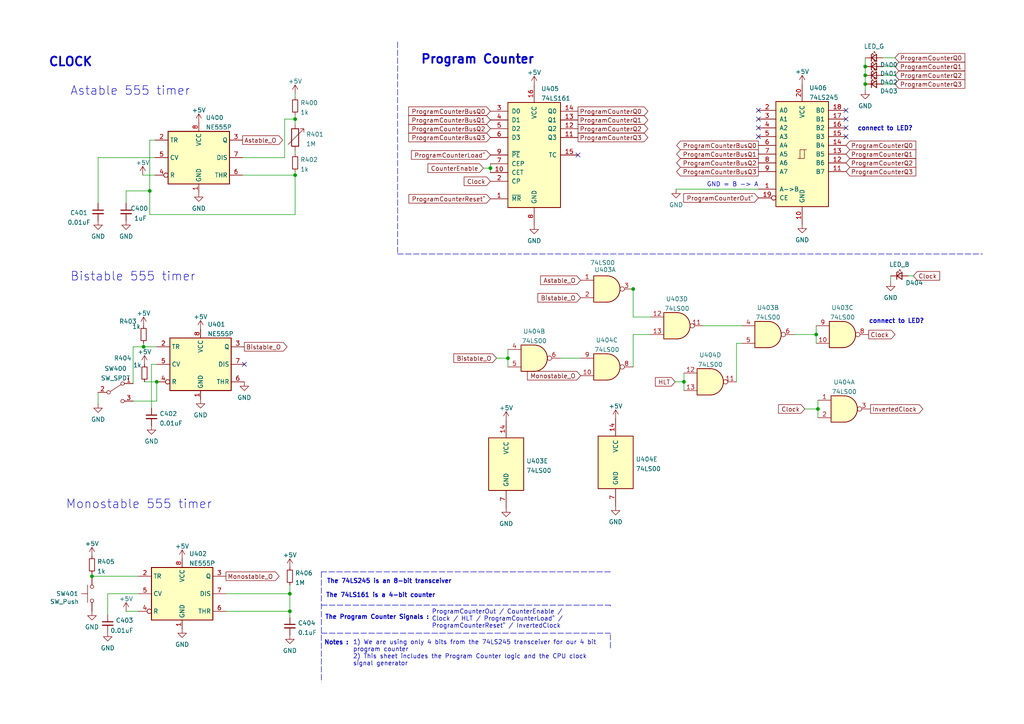
<source format=kicad_sch>
(kicad_sch (version 20211123) (generator eeschema)

  (uuid bb559dd2-8f5c-4659-8455-2f2b44017644)

  (paper "A4")

  (title_block
    (title "Program Counter")
    (date "2022-05-25")
    (rev "0.1v")
    (company "FLYX")
  )

  (lib_symbols
    (symbol "74xx:74LS00" (pin_names (offset 1.016)) (in_bom yes) (on_board yes)
      (property "Reference" "U" (id 0) (at 0 1.27 0)
        (effects (font (size 1.27 1.27)))
      )
      (property "Value" "74LS00" (id 1) (at 0 -1.27 0)
        (effects (font (size 1.27 1.27)))
      )
      (property "Footprint" "" (id 2) (at 0 0 0)
        (effects (font (size 1.27 1.27)) hide)
      )
      (property "Datasheet" "http://www.ti.com/lit/gpn/sn74ls00" (id 3) (at 0 0 0)
        (effects (font (size 1.27 1.27)) hide)
      )
      (property "ki_locked" "" (id 4) (at 0 0 0)
        (effects (font (size 1.27 1.27)))
      )
      (property "ki_keywords" "TTL nand 2-input" (id 5) (at 0 0 0)
        (effects (font (size 1.27 1.27)) hide)
      )
      (property "ki_description" "quad 2-input NAND gate" (id 6) (at 0 0 0)
        (effects (font (size 1.27 1.27)) hide)
      )
      (property "ki_fp_filters" "DIP*W7.62mm* SO14*" (id 7) (at 0 0 0)
        (effects (font (size 1.27 1.27)) hide)
      )
      (symbol "74LS00_1_1"
        (arc (start 0 -3.81) (mid 3.81 0) (end 0 3.81)
          (stroke (width 0.254) (type default) (color 0 0 0 0))
          (fill (type background))
        )
        (polyline
          (pts
            (xy 0 3.81)
            (xy -3.81 3.81)
            (xy -3.81 -3.81)
            (xy 0 -3.81)
          )
          (stroke (width 0.254) (type default) (color 0 0 0 0))
          (fill (type background))
        )
        (pin input line (at -7.62 2.54 0) (length 3.81)
          (name "~" (effects (font (size 1.27 1.27))))
          (number "1" (effects (font (size 1.27 1.27))))
        )
        (pin input line (at -7.62 -2.54 0) (length 3.81)
          (name "~" (effects (font (size 1.27 1.27))))
          (number "2" (effects (font (size 1.27 1.27))))
        )
        (pin output inverted (at 7.62 0 180) (length 3.81)
          (name "~" (effects (font (size 1.27 1.27))))
          (number "3" (effects (font (size 1.27 1.27))))
        )
      )
      (symbol "74LS00_1_2"
        (arc (start -3.81 -3.81) (mid -2.589 0) (end -3.81 3.81)
          (stroke (width 0.254) (type default) (color 0 0 0 0))
          (fill (type none))
        )
        (arc (start -0.6096 -3.81) (mid 2.1855 -2.584) (end 3.81 0)
          (stroke (width 0.254) (type default) (color 0 0 0 0))
          (fill (type background))
        )
        (polyline
          (pts
            (xy -3.81 -3.81)
            (xy -0.635 -3.81)
          )
          (stroke (width 0.254) (type default) (color 0 0 0 0))
          (fill (type background))
        )
        (polyline
          (pts
            (xy -3.81 3.81)
            (xy -0.635 3.81)
          )
          (stroke (width 0.254) (type default) (color 0 0 0 0))
          (fill (type background))
        )
        (polyline
          (pts
            (xy -0.635 3.81)
            (xy -3.81 3.81)
            (xy -3.81 3.81)
            (xy -3.556 3.4036)
            (xy -3.0226 2.2606)
            (xy -2.6924 1.0414)
            (xy -2.6162 -0.254)
            (xy -2.7686 -1.4986)
            (xy -3.175 -2.7178)
            (xy -3.81 -3.81)
            (xy -3.81 -3.81)
            (xy -0.635 -3.81)
          )
          (stroke (width -25.4) (type default) (color 0 0 0 0))
          (fill (type background))
        )
        (arc (start 3.81 0) (mid 2.1928 2.5925) (end -0.6096 3.81)
          (stroke (width 0.254) (type default) (color 0 0 0 0))
          (fill (type background))
        )
        (pin input inverted (at -7.62 2.54 0) (length 4.318)
          (name "~" (effects (font (size 1.27 1.27))))
          (number "1" (effects (font (size 1.27 1.27))))
        )
        (pin input inverted (at -7.62 -2.54 0) (length 4.318)
          (name "~" (effects (font (size 1.27 1.27))))
          (number "2" (effects (font (size 1.27 1.27))))
        )
        (pin output line (at 7.62 0 180) (length 3.81)
          (name "~" (effects (font (size 1.27 1.27))))
          (number "3" (effects (font (size 1.27 1.27))))
        )
      )
      (symbol "74LS00_2_1"
        (arc (start 0 -3.81) (mid 3.81 0) (end 0 3.81)
          (stroke (width 0.254) (type default) (color 0 0 0 0))
          (fill (type background))
        )
        (polyline
          (pts
            (xy 0 3.81)
            (xy -3.81 3.81)
            (xy -3.81 -3.81)
            (xy 0 -3.81)
          )
          (stroke (width 0.254) (type default) (color 0 0 0 0))
          (fill (type background))
        )
        (pin input line (at -7.62 2.54 0) (length 3.81)
          (name "~" (effects (font (size 1.27 1.27))))
          (number "4" (effects (font (size 1.27 1.27))))
        )
        (pin input line (at -7.62 -2.54 0) (length 3.81)
          (name "~" (effects (font (size 1.27 1.27))))
          (number "5" (effects (font (size 1.27 1.27))))
        )
        (pin output inverted (at 7.62 0 180) (length 3.81)
          (name "~" (effects (font (size 1.27 1.27))))
          (number "6" (effects (font (size 1.27 1.27))))
        )
      )
      (symbol "74LS00_2_2"
        (arc (start -3.81 -3.81) (mid -2.589 0) (end -3.81 3.81)
          (stroke (width 0.254) (type default) (color 0 0 0 0))
          (fill (type none))
        )
        (arc (start -0.6096 -3.81) (mid 2.1855 -2.584) (end 3.81 0)
          (stroke (width 0.254) (type default) (color 0 0 0 0))
          (fill (type background))
        )
        (polyline
          (pts
            (xy -3.81 -3.81)
            (xy -0.635 -3.81)
          )
          (stroke (width 0.254) (type default) (color 0 0 0 0))
          (fill (type background))
        )
        (polyline
          (pts
            (xy -3.81 3.81)
            (xy -0.635 3.81)
          )
          (stroke (width 0.254) (type default) (color 0 0 0 0))
          (fill (type background))
        )
        (polyline
          (pts
            (xy -0.635 3.81)
            (xy -3.81 3.81)
            (xy -3.81 3.81)
            (xy -3.556 3.4036)
            (xy -3.0226 2.2606)
            (xy -2.6924 1.0414)
            (xy -2.6162 -0.254)
            (xy -2.7686 -1.4986)
            (xy -3.175 -2.7178)
            (xy -3.81 -3.81)
            (xy -3.81 -3.81)
            (xy -0.635 -3.81)
          )
          (stroke (width -25.4) (type default) (color 0 0 0 0))
          (fill (type background))
        )
        (arc (start 3.81 0) (mid 2.1928 2.5925) (end -0.6096 3.81)
          (stroke (width 0.254) (type default) (color 0 0 0 0))
          (fill (type background))
        )
        (pin input inverted (at -7.62 2.54 0) (length 4.318)
          (name "~" (effects (font (size 1.27 1.27))))
          (number "4" (effects (font (size 1.27 1.27))))
        )
        (pin input inverted (at -7.62 -2.54 0) (length 4.318)
          (name "~" (effects (font (size 1.27 1.27))))
          (number "5" (effects (font (size 1.27 1.27))))
        )
        (pin output line (at 7.62 0 180) (length 3.81)
          (name "~" (effects (font (size 1.27 1.27))))
          (number "6" (effects (font (size 1.27 1.27))))
        )
      )
      (symbol "74LS00_3_1"
        (arc (start 0 -3.81) (mid 3.81 0) (end 0 3.81)
          (stroke (width 0.254) (type default) (color 0 0 0 0))
          (fill (type background))
        )
        (polyline
          (pts
            (xy 0 3.81)
            (xy -3.81 3.81)
            (xy -3.81 -3.81)
            (xy 0 -3.81)
          )
          (stroke (width 0.254) (type default) (color 0 0 0 0))
          (fill (type background))
        )
        (pin input line (at -7.62 -2.54 0) (length 3.81)
          (name "~" (effects (font (size 1.27 1.27))))
          (number "10" (effects (font (size 1.27 1.27))))
        )
        (pin output inverted (at 7.62 0 180) (length 3.81)
          (name "~" (effects (font (size 1.27 1.27))))
          (number "8" (effects (font (size 1.27 1.27))))
        )
        (pin input line (at -7.62 2.54 0) (length 3.81)
          (name "~" (effects (font (size 1.27 1.27))))
          (number "9" (effects (font (size 1.27 1.27))))
        )
      )
      (symbol "74LS00_3_2"
        (arc (start -3.81 -3.81) (mid -2.589 0) (end -3.81 3.81)
          (stroke (width 0.254) (type default) (color 0 0 0 0))
          (fill (type none))
        )
        (arc (start -0.6096 -3.81) (mid 2.1855 -2.584) (end 3.81 0)
          (stroke (width 0.254) (type default) (color 0 0 0 0))
          (fill (type background))
        )
        (polyline
          (pts
            (xy -3.81 -3.81)
            (xy -0.635 -3.81)
          )
          (stroke (width 0.254) (type default) (color 0 0 0 0))
          (fill (type background))
        )
        (polyline
          (pts
            (xy -3.81 3.81)
            (xy -0.635 3.81)
          )
          (stroke (width 0.254) (type default) (color 0 0 0 0))
          (fill (type background))
        )
        (polyline
          (pts
            (xy -0.635 3.81)
            (xy -3.81 3.81)
            (xy -3.81 3.81)
            (xy -3.556 3.4036)
            (xy -3.0226 2.2606)
            (xy -2.6924 1.0414)
            (xy -2.6162 -0.254)
            (xy -2.7686 -1.4986)
            (xy -3.175 -2.7178)
            (xy -3.81 -3.81)
            (xy -3.81 -3.81)
            (xy -0.635 -3.81)
          )
          (stroke (width -25.4) (type default) (color 0 0 0 0))
          (fill (type background))
        )
        (arc (start 3.81 0) (mid 2.1928 2.5925) (end -0.6096 3.81)
          (stroke (width 0.254) (type default) (color 0 0 0 0))
          (fill (type background))
        )
        (pin input inverted (at -7.62 -2.54 0) (length 4.318)
          (name "~" (effects (font (size 1.27 1.27))))
          (number "10" (effects (font (size 1.27 1.27))))
        )
        (pin output line (at 7.62 0 180) (length 3.81)
          (name "~" (effects (font (size 1.27 1.27))))
          (number "8" (effects (font (size 1.27 1.27))))
        )
        (pin input inverted (at -7.62 2.54 0) (length 4.318)
          (name "~" (effects (font (size 1.27 1.27))))
          (number "9" (effects (font (size 1.27 1.27))))
        )
      )
      (symbol "74LS00_4_1"
        (arc (start 0 -3.81) (mid 3.81 0) (end 0 3.81)
          (stroke (width 0.254) (type default) (color 0 0 0 0))
          (fill (type background))
        )
        (polyline
          (pts
            (xy 0 3.81)
            (xy -3.81 3.81)
            (xy -3.81 -3.81)
            (xy 0 -3.81)
          )
          (stroke (width 0.254) (type default) (color 0 0 0 0))
          (fill (type background))
        )
        (pin output inverted (at 7.62 0 180) (length 3.81)
          (name "~" (effects (font (size 1.27 1.27))))
          (number "11" (effects (font (size 1.27 1.27))))
        )
        (pin input line (at -7.62 2.54 0) (length 3.81)
          (name "~" (effects (font (size 1.27 1.27))))
          (number "12" (effects (font (size 1.27 1.27))))
        )
        (pin input line (at -7.62 -2.54 0) (length 3.81)
          (name "~" (effects (font (size 1.27 1.27))))
          (number "13" (effects (font (size 1.27 1.27))))
        )
      )
      (symbol "74LS00_4_2"
        (arc (start -3.81 -3.81) (mid -2.589 0) (end -3.81 3.81)
          (stroke (width 0.254) (type default) (color 0 0 0 0))
          (fill (type none))
        )
        (arc (start -0.6096 -3.81) (mid 2.1855 -2.584) (end 3.81 0)
          (stroke (width 0.254) (type default) (color 0 0 0 0))
          (fill (type background))
        )
        (polyline
          (pts
            (xy -3.81 -3.81)
            (xy -0.635 -3.81)
          )
          (stroke (width 0.254) (type default) (color 0 0 0 0))
          (fill (type background))
        )
        (polyline
          (pts
            (xy -3.81 3.81)
            (xy -0.635 3.81)
          )
          (stroke (width 0.254) (type default) (color 0 0 0 0))
          (fill (type background))
        )
        (polyline
          (pts
            (xy -0.635 3.81)
            (xy -3.81 3.81)
            (xy -3.81 3.81)
            (xy -3.556 3.4036)
            (xy -3.0226 2.2606)
            (xy -2.6924 1.0414)
            (xy -2.6162 -0.254)
            (xy -2.7686 -1.4986)
            (xy -3.175 -2.7178)
            (xy -3.81 -3.81)
            (xy -3.81 -3.81)
            (xy -0.635 -3.81)
          )
          (stroke (width -25.4) (type default) (color 0 0 0 0))
          (fill (type background))
        )
        (arc (start 3.81 0) (mid 2.1928 2.5925) (end -0.6096 3.81)
          (stroke (width 0.254) (type default) (color 0 0 0 0))
          (fill (type background))
        )
        (pin output line (at 7.62 0 180) (length 3.81)
          (name "~" (effects (font (size 1.27 1.27))))
          (number "11" (effects (font (size 1.27 1.27))))
        )
        (pin input inverted (at -7.62 2.54 0) (length 4.318)
          (name "~" (effects (font (size 1.27 1.27))))
          (number "12" (effects (font (size 1.27 1.27))))
        )
        (pin input inverted (at -7.62 -2.54 0) (length 4.318)
          (name "~" (effects (font (size 1.27 1.27))))
          (number "13" (effects (font (size 1.27 1.27))))
        )
      )
      (symbol "74LS00_5_0"
        (pin power_in line (at 0 12.7 270) (length 5.08)
          (name "VCC" (effects (font (size 1.27 1.27))))
          (number "14" (effects (font (size 1.27 1.27))))
        )
        (pin power_in line (at 0 -12.7 90) (length 5.08)
          (name "GND" (effects (font (size 1.27 1.27))))
          (number "7" (effects (font (size 1.27 1.27))))
        )
      )
      (symbol "74LS00_5_1"
        (rectangle (start -5.08 7.62) (end 5.08 -7.62)
          (stroke (width 0.254) (type default) (color 0 0 0 0))
          (fill (type background))
        )
      )
    )
    (symbol "74xx:74LS161" (pin_names (offset 1.016)) (in_bom yes) (on_board yes)
      (property "Reference" "U" (id 0) (at -7.62 16.51 0)
        (effects (font (size 1.27 1.27)))
      )
      (property "Value" "74LS161" (id 1) (at -7.62 -16.51 0)
        (effects (font (size 1.27 1.27)))
      )
      (property "Footprint" "" (id 2) (at 0 0 0)
        (effects (font (size 1.27 1.27)) hide)
      )
      (property "Datasheet" "http://www.ti.com/lit/gpn/sn74LS161" (id 3) (at 0 0 0)
        (effects (font (size 1.27 1.27)) hide)
      )
      (property "ki_locked" "" (id 4) (at 0 0 0)
        (effects (font (size 1.27 1.27)))
      )
      (property "ki_keywords" "TTL CNT CNT4" (id 5) (at 0 0 0)
        (effects (font (size 1.27 1.27)) hide)
      )
      (property "ki_description" "Synchronous 4-bit programmable binary Counter" (id 6) (at 0 0 0)
        (effects (font (size 1.27 1.27)) hide)
      )
      (property "ki_fp_filters" "DIP?16*" (id 7) (at 0 0 0)
        (effects (font (size 1.27 1.27)) hide)
      )
      (symbol "74LS161_1_0"
        (pin input line (at -12.7 -12.7 0) (length 5.08)
          (name "~{MR}" (effects (font (size 1.27 1.27))))
          (number "1" (effects (font (size 1.27 1.27))))
        )
        (pin input line (at -12.7 -5.08 0) (length 5.08)
          (name "CET" (effects (font (size 1.27 1.27))))
          (number "10" (effects (font (size 1.27 1.27))))
        )
        (pin output line (at 12.7 5.08 180) (length 5.08)
          (name "Q3" (effects (font (size 1.27 1.27))))
          (number "11" (effects (font (size 1.27 1.27))))
        )
        (pin output line (at 12.7 7.62 180) (length 5.08)
          (name "Q2" (effects (font (size 1.27 1.27))))
          (number "12" (effects (font (size 1.27 1.27))))
        )
        (pin output line (at 12.7 10.16 180) (length 5.08)
          (name "Q1" (effects (font (size 1.27 1.27))))
          (number "13" (effects (font (size 1.27 1.27))))
        )
        (pin output line (at 12.7 12.7 180) (length 5.08)
          (name "Q0" (effects (font (size 1.27 1.27))))
          (number "14" (effects (font (size 1.27 1.27))))
        )
        (pin output line (at 12.7 0 180) (length 5.08)
          (name "TC" (effects (font (size 1.27 1.27))))
          (number "15" (effects (font (size 1.27 1.27))))
        )
        (pin power_in line (at 0 20.32 270) (length 5.08)
          (name "VCC" (effects (font (size 1.27 1.27))))
          (number "16" (effects (font (size 1.27 1.27))))
        )
        (pin input line (at -12.7 -7.62 0) (length 5.08)
          (name "CP" (effects (font (size 1.27 1.27))))
          (number "2" (effects (font (size 1.27 1.27))))
        )
        (pin input line (at -12.7 12.7 0) (length 5.08)
          (name "D0" (effects (font (size 1.27 1.27))))
          (number "3" (effects (font (size 1.27 1.27))))
        )
        (pin input line (at -12.7 10.16 0) (length 5.08)
          (name "D1" (effects (font (size 1.27 1.27))))
          (number "4" (effects (font (size 1.27 1.27))))
        )
        (pin input line (at -12.7 7.62 0) (length 5.08)
          (name "D2" (effects (font (size 1.27 1.27))))
          (number "5" (effects (font (size 1.27 1.27))))
        )
        (pin input line (at -12.7 5.08 0) (length 5.08)
          (name "D3" (effects (font (size 1.27 1.27))))
          (number "6" (effects (font (size 1.27 1.27))))
        )
        (pin input line (at -12.7 -2.54 0) (length 5.08)
          (name "CEP" (effects (font (size 1.27 1.27))))
          (number "7" (effects (font (size 1.27 1.27))))
        )
        (pin power_in line (at 0 -20.32 90) (length 5.08)
          (name "GND" (effects (font (size 1.27 1.27))))
          (number "8" (effects (font (size 1.27 1.27))))
        )
        (pin input line (at -12.7 0 0) (length 5.08)
          (name "~{PE}" (effects (font (size 1.27 1.27))))
          (number "9" (effects (font (size 1.27 1.27))))
        )
      )
      (symbol "74LS161_1_1"
        (rectangle (start -7.62 15.24) (end 7.62 -15.24)
          (stroke (width 0.254) (type default) (color 0 0 0 0))
          (fill (type background))
        )
      )
    )
    (symbol "74xx:74LS245" (pin_names (offset 1.016)) (in_bom yes) (on_board yes)
      (property "Reference" "U" (id 0) (at -7.62 16.51 0)
        (effects (font (size 1.27 1.27)))
      )
      (property "Value" "74LS245" (id 1) (at -7.62 -16.51 0)
        (effects (font (size 1.27 1.27)))
      )
      (property "Footprint" "" (id 2) (at 0 0 0)
        (effects (font (size 1.27 1.27)) hide)
      )
      (property "Datasheet" "http://www.ti.com/lit/gpn/sn74LS245" (id 3) (at 0 0 0)
        (effects (font (size 1.27 1.27)) hide)
      )
      (property "ki_locked" "" (id 4) (at 0 0 0)
        (effects (font (size 1.27 1.27)))
      )
      (property "ki_keywords" "TTL BUS 3State" (id 5) (at 0 0 0)
        (effects (font (size 1.27 1.27)) hide)
      )
      (property "ki_description" "Octal BUS Transceivers, 3-State outputs" (id 6) (at 0 0 0)
        (effects (font (size 1.27 1.27)) hide)
      )
      (property "ki_fp_filters" "DIP?20*" (id 7) (at 0 0 0)
        (effects (font (size 1.27 1.27)) hide)
      )
      (symbol "74LS245_1_0"
        (polyline
          (pts
            (xy -0.635 -1.27)
            (xy -0.635 1.27)
            (xy 0.635 1.27)
          )
          (stroke (width 0) (type default) (color 0 0 0 0))
          (fill (type none))
        )
        (polyline
          (pts
            (xy -1.27 -1.27)
            (xy 0.635 -1.27)
            (xy 0.635 1.27)
            (xy 1.27 1.27)
          )
          (stroke (width 0) (type default) (color 0 0 0 0))
          (fill (type none))
        )
        (pin input line (at -12.7 -10.16 0) (length 5.08)
          (name "A->B" (effects (font (size 1.27 1.27))))
          (number "1" (effects (font (size 1.27 1.27))))
        )
        (pin power_in line (at 0 -20.32 90) (length 5.08)
          (name "GND" (effects (font (size 1.27 1.27))))
          (number "10" (effects (font (size 1.27 1.27))))
        )
        (pin tri_state line (at 12.7 -5.08 180) (length 5.08)
          (name "B7" (effects (font (size 1.27 1.27))))
          (number "11" (effects (font (size 1.27 1.27))))
        )
        (pin tri_state line (at 12.7 -2.54 180) (length 5.08)
          (name "B6" (effects (font (size 1.27 1.27))))
          (number "12" (effects (font (size 1.27 1.27))))
        )
        (pin tri_state line (at 12.7 0 180) (length 5.08)
          (name "B5" (effects (font (size 1.27 1.27))))
          (number "13" (effects (font (size 1.27 1.27))))
        )
        (pin tri_state line (at 12.7 2.54 180) (length 5.08)
          (name "B4" (effects (font (size 1.27 1.27))))
          (number "14" (effects (font (size 1.27 1.27))))
        )
        (pin tri_state line (at 12.7 5.08 180) (length 5.08)
          (name "B3" (effects (font (size 1.27 1.27))))
          (number "15" (effects (font (size 1.27 1.27))))
        )
        (pin tri_state line (at 12.7 7.62 180) (length 5.08)
          (name "B2" (effects (font (size 1.27 1.27))))
          (number "16" (effects (font (size 1.27 1.27))))
        )
        (pin tri_state line (at 12.7 10.16 180) (length 5.08)
          (name "B1" (effects (font (size 1.27 1.27))))
          (number "17" (effects (font (size 1.27 1.27))))
        )
        (pin tri_state line (at 12.7 12.7 180) (length 5.08)
          (name "B0" (effects (font (size 1.27 1.27))))
          (number "18" (effects (font (size 1.27 1.27))))
        )
        (pin input inverted (at -12.7 -12.7 0) (length 5.08)
          (name "CE" (effects (font (size 1.27 1.27))))
          (number "19" (effects (font (size 1.27 1.27))))
        )
        (pin tri_state line (at -12.7 12.7 0) (length 5.08)
          (name "A0" (effects (font (size 1.27 1.27))))
          (number "2" (effects (font (size 1.27 1.27))))
        )
        (pin power_in line (at 0 20.32 270) (length 5.08)
          (name "VCC" (effects (font (size 1.27 1.27))))
          (number "20" (effects (font (size 1.27 1.27))))
        )
        (pin tri_state line (at -12.7 10.16 0) (length 5.08)
          (name "A1" (effects (font (size 1.27 1.27))))
          (number "3" (effects (font (size 1.27 1.27))))
        )
        (pin tri_state line (at -12.7 7.62 0) (length 5.08)
          (name "A2" (effects (font (size 1.27 1.27))))
          (number "4" (effects (font (size 1.27 1.27))))
        )
        (pin tri_state line (at -12.7 5.08 0) (length 5.08)
          (name "A3" (effects (font (size 1.27 1.27))))
          (number "5" (effects (font (size 1.27 1.27))))
        )
        (pin tri_state line (at -12.7 2.54 0) (length 5.08)
          (name "A4" (effects (font (size 1.27 1.27))))
          (number "6" (effects (font (size 1.27 1.27))))
        )
        (pin tri_state line (at -12.7 0 0) (length 5.08)
          (name "A5" (effects (font (size 1.27 1.27))))
          (number "7" (effects (font (size 1.27 1.27))))
        )
        (pin tri_state line (at -12.7 -2.54 0) (length 5.08)
          (name "A6" (effects (font (size 1.27 1.27))))
          (number "8" (effects (font (size 1.27 1.27))))
        )
        (pin tri_state line (at -12.7 -5.08 0) (length 5.08)
          (name "A7" (effects (font (size 1.27 1.27))))
          (number "9" (effects (font (size 1.27 1.27))))
        )
      )
      (symbol "74LS245_1_1"
        (rectangle (start -7.62 15.24) (end 7.62 -15.24)
          (stroke (width 0.254) (type default) (color 0 0 0 0))
          (fill (type background))
        )
      )
    )
    (symbol "Device:C_Small" (pin_numbers hide) (pin_names (offset 0.254) hide) (in_bom yes) (on_board yes)
      (property "Reference" "C" (id 0) (at 0.254 1.778 0)
        (effects (font (size 1.27 1.27)) (justify left))
      )
      (property "Value" "C_Small" (id 1) (at 0.254 -2.032 0)
        (effects (font (size 1.27 1.27)) (justify left))
      )
      (property "Footprint" "" (id 2) (at 0 0 0)
        (effects (font (size 1.27 1.27)) hide)
      )
      (property "Datasheet" "~" (id 3) (at 0 0 0)
        (effects (font (size 1.27 1.27)) hide)
      )
      (property "ki_keywords" "capacitor cap" (id 4) (at 0 0 0)
        (effects (font (size 1.27 1.27)) hide)
      )
      (property "ki_description" "Unpolarized capacitor, small symbol" (id 5) (at 0 0 0)
        (effects (font (size 1.27 1.27)) hide)
      )
      (property "ki_fp_filters" "C_*" (id 6) (at 0 0 0)
        (effects (font (size 1.27 1.27)) hide)
      )
      (symbol "C_Small_0_1"
        (polyline
          (pts
            (xy -1.524 -0.508)
            (xy 1.524 -0.508)
          )
          (stroke (width 0.3302) (type default) (color 0 0 0 0))
          (fill (type none))
        )
        (polyline
          (pts
            (xy -1.524 0.508)
            (xy 1.524 0.508)
          )
          (stroke (width 0.3048) (type default) (color 0 0 0 0))
          (fill (type none))
        )
      )
      (symbol "C_Small_1_1"
        (pin passive line (at 0 2.54 270) (length 2.032)
          (name "~" (effects (font (size 1.27 1.27))))
          (number "1" (effects (font (size 1.27 1.27))))
        )
        (pin passive line (at 0 -2.54 90) (length 2.032)
          (name "~" (effects (font (size 1.27 1.27))))
          (number "2" (effects (font (size 1.27 1.27))))
        )
      )
    )
    (symbol "Device:LED_Small" (pin_numbers hide) (pin_names (offset 0.254) hide) (in_bom yes) (on_board yes)
      (property "Reference" "D" (id 0) (at -1.27 3.175 0)
        (effects (font (size 1.27 1.27)) (justify left))
      )
      (property "Value" "LED_Small" (id 1) (at -4.445 -2.54 0)
        (effects (font (size 1.27 1.27)) (justify left))
      )
      (property "Footprint" "" (id 2) (at 0 0 90)
        (effects (font (size 1.27 1.27)) hide)
      )
      (property "Datasheet" "~" (id 3) (at 0 0 90)
        (effects (font (size 1.27 1.27)) hide)
      )
      (property "ki_keywords" "LED diode light-emitting-diode" (id 4) (at 0 0 0)
        (effects (font (size 1.27 1.27)) hide)
      )
      (property "ki_description" "Light emitting diode, small symbol" (id 5) (at 0 0 0)
        (effects (font (size 1.27 1.27)) hide)
      )
      (property "ki_fp_filters" "LED* LED_SMD:* LED_THT:*" (id 6) (at 0 0 0)
        (effects (font (size 1.27 1.27)) hide)
      )
      (symbol "LED_Small_0_1"
        (polyline
          (pts
            (xy -0.762 -1.016)
            (xy -0.762 1.016)
          )
          (stroke (width 0.254) (type default) (color 0 0 0 0))
          (fill (type none))
        )
        (polyline
          (pts
            (xy 1.016 0)
            (xy -0.762 0)
          )
          (stroke (width 0) (type default) (color 0 0 0 0))
          (fill (type none))
        )
        (polyline
          (pts
            (xy 0.762 -1.016)
            (xy -0.762 0)
            (xy 0.762 1.016)
            (xy 0.762 -1.016)
          )
          (stroke (width 0.254) (type default) (color 0 0 0 0))
          (fill (type none))
        )
        (polyline
          (pts
            (xy 0 0.762)
            (xy -0.508 1.27)
            (xy -0.254 1.27)
            (xy -0.508 1.27)
            (xy -0.508 1.016)
          )
          (stroke (width 0) (type default) (color 0 0 0 0))
          (fill (type none))
        )
        (polyline
          (pts
            (xy 0.508 1.27)
            (xy 0 1.778)
            (xy 0.254 1.778)
            (xy 0 1.778)
            (xy 0 1.524)
          )
          (stroke (width 0) (type default) (color 0 0 0 0))
          (fill (type none))
        )
      )
      (symbol "LED_Small_1_1"
        (pin passive line (at -2.54 0 0) (length 1.778)
          (name "K" (effects (font (size 1.27 1.27))))
          (number "1" (effects (font (size 1.27 1.27))))
        )
        (pin passive line (at 2.54 0 180) (length 1.778)
          (name "A" (effects (font (size 1.27 1.27))))
          (number "2" (effects (font (size 1.27 1.27))))
        )
      )
    )
    (symbol "Device:R_Small" (pin_numbers hide) (pin_names (offset 0.254) hide) (in_bom yes) (on_board yes)
      (property "Reference" "R" (id 0) (at 0.762 0.508 0)
        (effects (font (size 1.27 1.27)) (justify left))
      )
      (property "Value" "R_Small" (id 1) (at 0.762 -1.016 0)
        (effects (font (size 1.27 1.27)) (justify left))
      )
      (property "Footprint" "" (id 2) (at 0 0 0)
        (effects (font (size 1.27 1.27)) hide)
      )
      (property "Datasheet" "~" (id 3) (at 0 0 0)
        (effects (font (size 1.27 1.27)) hide)
      )
      (property "ki_keywords" "R resistor" (id 4) (at 0 0 0)
        (effects (font (size 1.27 1.27)) hide)
      )
      (property "ki_description" "Resistor, small symbol" (id 5) (at 0 0 0)
        (effects (font (size 1.27 1.27)) hide)
      )
      (property "ki_fp_filters" "R_*" (id 6) (at 0 0 0)
        (effects (font (size 1.27 1.27)) hide)
      )
      (symbol "R_Small_0_1"
        (rectangle (start -0.762 1.778) (end 0.762 -1.778)
          (stroke (width 0.2032) (type default) (color 0 0 0 0))
          (fill (type none))
        )
      )
      (symbol "R_Small_1_1"
        (pin passive line (at 0 2.54 270) (length 0.762)
          (name "~" (effects (font (size 1.27 1.27))))
          (number "1" (effects (font (size 1.27 1.27))))
        )
        (pin passive line (at 0 -2.54 90) (length 0.762)
          (name "~" (effects (font (size 1.27 1.27))))
          (number "2" (effects (font (size 1.27 1.27))))
        )
      )
    )
    (symbol "Device:R_Variable" (pin_numbers hide) (pin_names (offset 0)) (in_bom yes) (on_board yes)
      (property "Reference" "R" (id 0) (at 2.54 -2.54 90)
        (effects (font (size 1.27 1.27)) (justify left))
      )
      (property "Value" "R_Variable" (id 1) (at -2.54 -1.27 90)
        (effects (font (size 1.27 1.27)) (justify left))
      )
      (property "Footprint" "" (id 2) (at -1.778 0 90)
        (effects (font (size 1.27 1.27)) hide)
      )
      (property "Datasheet" "~" (id 3) (at 0 0 0)
        (effects (font (size 1.27 1.27)) hide)
      )
      (property "ki_keywords" "R res resistor variable potentiometer rheostat" (id 4) (at 0 0 0)
        (effects (font (size 1.27 1.27)) hide)
      )
      (property "ki_description" "Variable resistor" (id 5) (at 0 0 0)
        (effects (font (size 1.27 1.27)) hide)
      )
      (property "ki_fp_filters" "R_*" (id 6) (at 0 0 0)
        (effects (font (size 1.27 1.27)) hide)
      )
      (symbol "R_Variable_0_1"
        (rectangle (start -1.016 -2.54) (end 1.016 2.54)
          (stroke (width 0.254) (type default) (color 0 0 0 0))
          (fill (type none))
        )
        (polyline
          (pts
            (xy 2.54 1.524)
            (xy 2.54 2.54)
            (xy 1.524 2.54)
            (xy 2.54 2.54)
            (xy -2.032 -2.032)
          )
          (stroke (width 0) (type default) (color 0 0 0 0))
          (fill (type none))
        )
      )
      (symbol "R_Variable_1_1"
        (pin passive line (at 0 3.81 270) (length 1.27)
          (name "~" (effects (font (size 1.27 1.27))))
          (number "1" (effects (font (size 1.27 1.27))))
        )
        (pin passive line (at 0 -3.81 90) (length 1.27)
          (name "~" (effects (font (size 1.27 1.27))))
          (number "2" (effects (font (size 1.27 1.27))))
        )
      )
    )
    (symbol "Switch:SW_Push" (pin_numbers hide) (pin_names (offset 1.016) hide) (in_bom yes) (on_board yes)
      (property "Reference" "SW" (id 0) (at 1.27 2.54 0)
        (effects (font (size 1.27 1.27)) (justify left))
      )
      (property "Value" "SW_Push" (id 1) (at 0 -1.524 0)
        (effects (font (size 1.27 1.27)))
      )
      (property "Footprint" "" (id 2) (at 0 5.08 0)
        (effects (font (size 1.27 1.27)) hide)
      )
      (property "Datasheet" "~" (id 3) (at 0 5.08 0)
        (effects (font (size 1.27 1.27)) hide)
      )
      (property "ki_keywords" "switch normally-open pushbutton push-button" (id 4) (at 0 0 0)
        (effects (font (size 1.27 1.27)) hide)
      )
      (property "ki_description" "Push button switch, generic, two pins" (id 5) (at 0 0 0)
        (effects (font (size 1.27 1.27)) hide)
      )
      (symbol "SW_Push_0_1"
        (circle (center -2.032 0) (radius 0.508)
          (stroke (width 0) (type default) (color 0 0 0 0))
          (fill (type none))
        )
        (polyline
          (pts
            (xy 0 1.27)
            (xy 0 3.048)
          )
          (stroke (width 0) (type default) (color 0 0 0 0))
          (fill (type none))
        )
        (polyline
          (pts
            (xy 2.54 1.27)
            (xy -2.54 1.27)
          )
          (stroke (width 0) (type default) (color 0 0 0 0))
          (fill (type none))
        )
        (circle (center 2.032 0) (radius 0.508)
          (stroke (width 0) (type default) (color 0 0 0 0))
          (fill (type none))
        )
        (pin passive line (at -5.08 0 0) (length 2.54)
          (name "1" (effects (font (size 1.27 1.27))))
          (number "1" (effects (font (size 1.27 1.27))))
        )
        (pin passive line (at 5.08 0 180) (length 2.54)
          (name "2" (effects (font (size 1.27 1.27))))
          (number "2" (effects (font (size 1.27 1.27))))
        )
      )
    )
    (symbol "Switch:SW_SPDT" (pin_names (offset 0) hide) (in_bom yes) (on_board yes)
      (property "Reference" "SW" (id 0) (at 0 4.318 0)
        (effects (font (size 1.27 1.27)))
      )
      (property "Value" "SW_SPDT" (id 1) (at 0 -5.08 0)
        (effects (font (size 1.27 1.27)))
      )
      (property "Footprint" "" (id 2) (at 0 0 0)
        (effects (font (size 1.27 1.27)) hide)
      )
      (property "Datasheet" "~" (id 3) (at 0 0 0)
        (effects (font (size 1.27 1.27)) hide)
      )
      (property "ki_keywords" "switch single-pole double-throw spdt ON-ON" (id 4) (at 0 0 0)
        (effects (font (size 1.27 1.27)) hide)
      )
      (property "ki_description" "Switch, single pole double throw" (id 5) (at 0 0 0)
        (effects (font (size 1.27 1.27)) hide)
      )
      (symbol "SW_SPDT_0_0"
        (circle (center -2.032 0) (radius 0.508)
          (stroke (width 0) (type default) (color 0 0 0 0))
          (fill (type none))
        )
        (circle (center 2.032 -2.54) (radius 0.508)
          (stroke (width 0) (type default) (color 0 0 0 0))
          (fill (type none))
        )
      )
      (symbol "SW_SPDT_0_1"
        (polyline
          (pts
            (xy -1.524 0.254)
            (xy 1.651 2.286)
          )
          (stroke (width 0) (type default) (color 0 0 0 0))
          (fill (type none))
        )
        (circle (center 2.032 2.54) (radius 0.508)
          (stroke (width 0) (type default) (color 0 0 0 0))
          (fill (type none))
        )
      )
      (symbol "SW_SPDT_1_1"
        (pin passive line (at 5.08 2.54 180) (length 2.54)
          (name "A" (effects (font (size 1.27 1.27))))
          (number "1" (effects (font (size 1.27 1.27))))
        )
        (pin passive line (at -5.08 0 0) (length 2.54)
          (name "B" (effects (font (size 1.27 1.27))))
          (number "2" (effects (font (size 1.27 1.27))))
        )
        (pin passive line (at 5.08 -2.54 180) (length 2.54)
          (name "C" (effects (font (size 1.27 1.27))))
          (number "3" (effects (font (size 1.27 1.27))))
        )
      )
    )
    (symbol "Timer:NE555P" (in_bom yes) (on_board yes)
      (property "Reference" "U" (id 0) (at -10.16 8.89 0)
        (effects (font (size 1.27 1.27)) (justify left))
      )
      (property "Value" "NE555P" (id 1) (at 2.54 8.89 0)
        (effects (font (size 1.27 1.27)) (justify left))
      )
      (property "Footprint" "Package_DIP:DIP-8_W7.62mm" (id 2) (at 16.51 -10.16 0)
        (effects (font (size 1.27 1.27)) hide)
      )
      (property "Datasheet" "http://www.ti.com/lit/ds/symlink/ne555.pdf" (id 3) (at 21.59 -10.16 0)
        (effects (font (size 1.27 1.27)) hide)
      )
      (property "ki_keywords" "single timer 555" (id 4) (at 0 0 0)
        (effects (font (size 1.27 1.27)) hide)
      )
      (property "ki_description" "Precision Timers, 555 compatible,  PDIP-8" (id 5) (at 0 0 0)
        (effects (font (size 1.27 1.27)) hide)
      )
      (property "ki_fp_filters" "DIP*W7.62mm*" (id 6) (at 0 0 0)
        (effects (font (size 1.27 1.27)) hide)
      )
      (symbol "NE555P_0_0"
        (pin power_in line (at 0 -10.16 90) (length 2.54)
          (name "GND" (effects (font (size 1.27 1.27))))
          (number "1" (effects (font (size 1.27 1.27))))
        )
        (pin power_in line (at 0 10.16 270) (length 2.54)
          (name "VCC" (effects (font (size 1.27 1.27))))
          (number "8" (effects (font (size 1.27 1.27))))
        )
      )
      (symbol "NE555P_0_1"
        (rectangle (start -8.89 -7.62) (end 8.89 7.62)
          (stroke (width 0.254) (type default) (color 0 0 0 0))
          (fill (type background))
        )
        (rectangle (start -8.89 -7.62) (end 8.89 7.62)
          (stroke (width 0.254) (type default) (color 0 0 0 0))
          (fill (type background))
        )
      )
      (symbol "NE555P_1_1"
        (pin input line (at -12.7 5.08 0) (length 3.81)
          (name "TR" (effects (font (size 1.27 1.27))))
          (number "2" (effects (font (size 1.27 1.27))))
        )
        (pin output line (at 12.7 5.08 180) (length 3.81)
          (name "Q" (effects (font (size 1.27 1.27))))
          (number "3" (effects (font (size 1.27 1.27))))
        )
        (pin input inverted (at -12.7 -5.08 0) (length 3.81)
          (name "R" (effects (font (size 1.27 1.27))))
          (number "4" (effects (font (size 1.27 1.27))))
        )
        (pin input line (at -12.7 0 0) (length 3.81)
          (name "CV" (effects (font (size 1.27 1.27))))
          (number "5" (effects (font (size 1.27 1.27))))
        )
        (pin input line (at 12.7 -5.08 180) (length 3.81)
          (name "THR" (effects (font (size 1.27 1.27))))
          (number "6" (effects (font (size 1.27 1.27))))
        )
        (pin input line (at 12.7 0 180) (length 3.81)
          (name "DIS" (effects (font (size 1.27 1.27))))
          (number "7" (effects (font (size 1.27 1.27))))
        )
      )
    )
    (symbol "power:+5V" (power) (pin_names (offset 0)) (in_bom yes) (on_board yes)
      (property "Reference" "#PWR" (id 0) (at 0 -3.81 0)
        (effects (font (size 1.27 1.27)) hide)
      )
      (property "Value" "+5V" (id 1) (at 0 3.556 0)
        (effects (font (size 1.27 1.27)))
      )
      (property "Footprint" "" (id 2) (at 0 0 0)
        (effects (font (size 1.27 1.27)) hide)
      )
      (property "Datasheet" "" (id 3) (at 0 0 0)
        (effects (font (size 1.27 1.27)) hide)
      )
      (property "ki_keywords" "power-flag" (id 4) (at 0 0 0)
        (effects (font (size 1.27 1.27)) hide)
      )
      (property "ki_description" "Power symbol creates a global label with name \"+5V\"" (id 5) (at 0 0 0)
        (effects (font (size 1.27 1.27)) hide)
      )
      (symbol "+5V_0_1"
        (polyline
          (pts
            (xy -0.762 1.27)
            (xy 0 2.54)
          )
          (stroke (width 0) (type default) (color 0 0 0 0))
          (fill (type none))
        )
        (polyline
          (pts
            (xy 0 0)
            (xy 0 2.54)
          )
          (stroke (width 0) (type default) (color 0 0 0 0))
          (fill (type none))
        )
        (polyline
          (pts
            (xy 0 2.54)
            (xy 0.762 1.27)
          )
          (stroke (width 0) (type default) (color 0 0 0 0))
          (fill (type none))
        )
      )
      (symbol "+5V_1_1"
        (pin power_in line (at 0 0 90) (length 0) hide
          (name "+5V" (effects (font (size 1.27 1.27))))
          (number "1" (effects (font (size 1.27 1.27))))
        )
      )
    )
    (symbol "power:GND" (power) (pin_names (offset 0)) (in_bom yes) (on_board yes)
      (property "Reference" "#PWR" (id 0) (at 0 -6.35 0)
        (effects (font (size 1.27 1.27)) hide)
      )
      (property "Value" "GND" (id 1) (at 0 -3.81 0)
        (effects (font (size 1.27 1.27)))
      )
      (property "Footprint" "" (id 2) (at 0 0 0)
        (effects (font (size 1.27 1.27)) hide)
      )
      (property "Datasheet" "" (id 3) (at 0 0 0)
        (effects (font (size 1.27 1.27)) hide)
      )
      (property "ki_keywords" "power-flag" (id 4) (at 0 0 0)
        (effects (font (size 1.27 1.27)) hide)
      )
      (property "ki_description" "Power symbol creates a global label with name \"GND\" , ground" (id 5) (at 0 0 0)
        (effects (font (size 1.27 1.27)) hide)
      )
      (symbol "GND_0_1"
        (polyline
          (pts
            (xy 0 0)
            (xy 0 -1.27)
            (xy 1.27 -1.27)
            (xy 0 -2.54)
            (xy -1.27 -1.27)
            (xy 0 -1.27)
          )
          (stroke (width 0) (type default) (color 0 0 0 0))
          (fill (type none))
        )
      )
      (symbol "GND_1_1"
        (pin power_in line (at 0 0 270) (length 0) hide
          (name "GND" (effects (font (size 1.27 1.27))))
          (number "1" (effects (font (size 1.27 1.27))))
        )
      )
    )
  )

  (junction (at 85.598 34.544) (diameter 0) (color 0 0 0 0)
    (uuid 0dc561aa-0fe3-4791-a02e-eae2878ac151)
  )
  (junction (at 250.952 21.844) (diameter 0) (color 0 0 0 0)
    (uuid 10aa7f8e-613b-409f-bdee-ecaaf1727c6b)
  )
  (junction (at 41.656 100.584) (diameter 0) (color 0 0 0 0)
    (uuid 1a6f022a-84d5-40d9-b548-03fa0affa60f)
  )
  (junction (at 45.466 110.744) (diameter 0) (color 0 0 0 0)
    (uuid 4658f73f-31fe-4274-bcb0-f8e709896eb7)
  )
  (junction (at 84.074 172.212) (diameter 0) (color 0 0 0 0)
    (uuid 470fc8f2-af79-450b-ada5-5f95d4fcbd02)
  )
  (junction (at 26.67 167.132) (diameter 0) (color 0 0 0 0)
    (uuid 4817527e-510d-423b-9248-97ea37413c9b)
  )
  (junction (at 198.374 110.744) (diameter 0) (color 0 0 0 0)
    (uuid 52537214-c111-424a-9063-28dfefccea99)
  )
  (junction (at 236.728 97.028) (diameter 0) (color 0 0 0 0)
    (uuid 6999a7dc-3db8-4a81-b0d8-b27e609006b6)
  )
  (junction (at 85.598 50.8) (diameter 0) (color 0 0 0 0)
    (uuid 6e0f2f34-9b2f-45c3-bb1f-d16e387744a0)
  )
  (junction (at 147.32 103.886) (diameter 0) (color 0 0 0 0)
    (uuid 7708c9fc-fd41-4ee2-a451-813bd436ce67)
  )
  (junction (at 237.236 118.618) (diameter 0) (color 0 0 0 0)
    (uuid a120fd0e-1322-4f1e-8fd3-6f55fe24ab34)
  )
  (junction (at 43.434 55.372) (diameter 0) (color 0 0 0 0)
    (uuid a7b745cd-225f-4a4f-9c96-d9227183f6fb)
  )
  (junction (at 250.952 19.304) (diameter 0) (color 0 0 0 0)
    (uuid bb399412-3abf-4d54-b3f3-32fd847e98bf)
  )
  (junction (at 142.24 48.768) (diameter 0) (color 0 0 0 0)
    (uuid bf96540a-2908-492f-b55f-23272fd5bdc9)
  )
  (junction (at 183.642 83.82) (diameter 0) (color 0 0 0 0)
    (uuid c7736dbb-7e4a-4017-9e4e-20a14ae0ee95)
  )
  (junction (at 250.952 24.384) (diameter 0) (color 0 0 0 0)
    (uuid c800a674-f0bd-4d9c-b5b3-f214724e8e93)
  )
  (junction (at 84.074 177.292) (diameter 0) (color 0 0 0 0)
    (uuid ebc5c974-427e-4467-b908-723b48a93a39)
  )

  (no_connect (at 70.866 105.664) (uuid 05f87d0e-0f3d-4795-9861-ec372cfdde75))
  (no_connect (at 167.64 44.958) (uuid 56fb0945-3006-486c-916e-cdb44ba0d95a))
  (no_connect (at 219.964 39.624) (uuid 912f9108-4e2f-46dc-9127-2f2f9e462110))
  (no_connect (at 219.964 37.084) (uuid 912f9108-4e2f-46dc-9127-2f2f9e462111))
  (no_connect (at 245.364 39.624) (uuid 912f9108-4e2f-46dc-9127-2f2f9e462112))
  (no_connect (at 245.364 37.084) (uuid 912f9108-4e2f-46dc-9127-2f2f9e462113))
  (no_connect (at 219.964 32.004) (uuid 912f9108-4e2f-46dc-9127-2f2f9e462114))
  (no_connect (at 219.964 34.544) (uuid 912f9108-4e2f-46dc-9127-2f2f9e462115))
  (no_connect (at 245.364 34.544) (uuid 912f9108-4e2f-46dc-9127-2f2f9e462116))
  (no_connect (at 245.364 32.004) (uuid 912f9108-4e2f-46dc-9127-2f2f9e462117))

  (wire (pts (xy 85.598 43.688) (xy 85.598 44.704))
    (stroke (width 0) (type default) (color 0 0 0 0))
    (uuid 00a95eec-fbb1-4779-85cc-aa00694ad203)
  )
  (polyline (pts (xy 177.038 187.96) (xy 177.038 183.642))
    (stroke (width 0) (type default) (color 0 0 0 0))
    (uuid 03b18bb6-e72a-4f3b-8c9e-87555e35ee59)
  )

  (wire (pts (xy 250.952 19.304) (xy 250.952 21.844))
    (stroke (width 0) (type default) (color 0 0 0 0))
    (uuid 057bb571-7b60-4fea-a88c-da6043e97322)
  )
  (wire (pts (xy 195.834 110.744) (xy 198.374 110.744))
    (stroke (width 0) (type default) (color 0 0 0 0))
    (uuid 0c140197-bbb3-483c-9a8f-d4b3617fecec)
  )
  (wire (pts (xy 70.358 45.72) (xy 82.55 45.72))
    (stroke (width 0) (type default) (color 0 0 0 0))
    (uuid 16e4b430-5160-4414-af1c-12da45149baa)
  )
  (wire (pts (xy 237.236 118.618) (xy 237.236 121.158))
    (stroke (width 0) (type default) (color 0 0 0 0))
    (uuid 183f2b54-d245-4c82-8992-81f635817c8b)
  )
  (polyline (pts (xy 115.316 12.192) (xy 115.316 73.66))
    (stroke (width 0) (type default) (color 0 0 0 0))
    (uuid 1e67c973-79ca-4fb2-b9b6-6a0223b5618b)
  )

  (wire (pts (xy 28.448 117.094) (xy 28.448 113.792))
    (stroke (width 0) (type default) (color 0 0 0 0))
    (uuid 1e828f25-13d5-4d88-a314-adb2e67e94df)
  )
  (wire (pts (xy 36.576 177.292) (xy 40.132 177.292))
    (stroke (width 0) (type default) (color 0 0 0 0))
    (uuid 22504c37-795d-420a-9d29-b7236f81ccc6)
  )
  (wire (pts (xy 215.138 99.568) (xy 213.614 99.568))
    (stroke (width 0) (type default) (color 0 0 0 0))
    (uuid 23819aef-9fe8-4d13-95d2-9de7758dcaa8)
  )
  (wire (pts (xy 140.208 48.768) (xy 142.24 48.768))
    (stroke (width 0) (type default) (color 0 0 0 0))
    (uuid 2839db94-0ead-4116-b8d4-d044a757b04b)
  )
  (wire (pts (xy 196.088 54.864) (xy 219.964 54.864))
    (stroke (width 0) (type default) (color 0 0 0 0))
    (uuid 2bd6a69d-d5bc-471a-aa16-0f5204416353)
  )
  (wire (pts (xy 183.642 83.566) (xy 183.642 83.82))
    (stroke (width 0) (type default) (color 0 0 0 0))
    (uuid 2c70fbd4-01bf-4be2-b121-a2da6eba8baa)
  )
  (wire (pts (xy 144.018 103.886) (xy 147.32 103.886))
    (stroke (width 0) (type default) (color 0 0 0 0))
    (uuid 2d6bae24-62b5-426a-8238-948e4f5b7fe8)
  )
  (wire (pts (xy 65.532 172.212) (xy 84.074 172.212))
    (stroke (width 0) (type default) (color 0 0 0 0))
    (uuid 3104c54b-685e-4f32-b8f2-d7b37e70c28b)
  )
  (wire (pts (xy 183.642 97.028) (xy 188.722 97.028))
    (stroke (width 0) (type default) (color 0 0 0 0))
    (uuid 37012237-355d-45e2-b13c-8e90712cb23f)
  )
  (wire (pts (xy 41.91 110.744) (xy 45.466 110.744))
    (stroke (width 0) (type default) (color 0 0 0 0))
    (uuid 37217085-5c37-46da-a627-9a9116758af0)
  )
  (wire (pts (xy 250.952 21.844) (xy 250.952 24.384))
    (stroke (width 0) (type default) (color 0 0 0 0))
    (uuid 3a1d4635-d83b-4e8a-bc14-ab369d486dcf)
  )
  (wire (pts (xy 230.378 97.028) (xy 236.728 97.028))
    (stroke (width 0) (type default) (color 0 0 0 0))
    (uuid 3a4ee94c-f6e0-406f-88a9-10f413463941)
  )
  (polyline (pts (xy 177.038 175.514) (xy 177.038 175.768))
    (stroke (width 0) (type default) (color 0 0 0 0))
    (uuid 3a8e6160-b076-4b8a-87cd-18dc882fd8dd)
  )

  (wire (pts (xy 85.598 33.274) (xy 85.598 34.544))
    (stroke (width 0) (type default) (color 0 0 0 0))
    (uuid 3ce6240d-f60d-4405-b204-767d4be29514)
  )
  (wire (pts (xy 28.448 45.72) (xy 28.448 58.928))
    (stroke (width 0) (type default) (color 0 0 0 0))
    (uuid 3e72a3cb-2d5f-45ab-964d-1f4d8698f9c1)
  )
  (wire (pts (xy 41.656 99.568) (xy 41.656 100.584))
    (stroke (width 0) (type default) (color 0 0 0 0))
    (uuid 40c3afd9-f328-4e08-b393-8b6a32788ac2)
  )
  (wire (pts (xy 263.398 80.01) (xy 264.922 80.01))
    (stroke (width 0) (type default) (color 0 0 0 0))
    (uuid 442e174a-2534-4552-93ab-bfd8a0dfdca4)
  )
  (wire (pts (xy 85.598 50.8) (xy 85.598 62.23))
    (stroke (width 0) (type default) (color 0 0 0 0))
    (uuid 4af06656-d1a9-411b-af84-851319ae80c4)
  )
  (wire (pts (xy 183.642 106.426) (xy 183.642 97.028))
    (stroke (width 0) (type default) (color 0 0 0 0))
    (uuid 4f634432-ff61-4ea4-b294-f61e4e1bb6bd)
  )
  (wire (pts (xy 45.466 116.332) (xy 38.608 116.332))
    (stroke (width 0) (type default) (color 0 0 0 0))
    (uuid 5313db15-c5f2-42fd-804a-d1da7462216d)
  )
  (wire (pts (xy 43.942 105.664) (xy 45.466 105.664))
    (stroke (width 0) (type default) (color 0 0 0 0))
    (uuid 5472923b-76b0-4328-82dc-0f0b5ed0cf82)
  )
  (wire (pts (xy 147.32 101.346) (xy 147.32 103.886))
    (stroke (width 0) (type default) (color 0 0 0 0))
    (uuid 5ad48f6a-c154-44a3-8dd9-2f9c34864d7a)
  )
  (wire (pts (xy 65.532 177.292) (xy 84.074 177.292))
    (stroke (width 0) (type default) (color 0 0 0 0))
    (uuid 5d319f92-a248-4f4c-9510-a781b7d0227d)
  )
  (wire (pts (xy 43.434 55.372) (xy 43.434 62.23))
    (stroke (width 0) (type default) (color 0 0 0 0))
    (uuid 6181bc68-a450-4943-a23a-070e0fbabb34)
  )
  (wire (pts (xy 183.642 83.82) (xy 183.642 91.948))
    (stroke (width 0) (type default) (color 0 0 0 0))
    (uuid 670cc0e9-693b-46bf-ac15-e5e1138a45dd)
  )
  (wire (pts (xy 203.962 94.488) (xy 215.138 94.488))
    (stroke (width 0) (type default) (color 0 0 0 0))
    (uuid 70bb6bf3-ae77-4768-ba09-321a4be9286f)
  )
  (polyline (pts (xy 93.218 175.514) (xy 177.038 175.514))
    (stroke (width 0) (type default) (color 0 0 0 0))
    (uuid 728a51e6-7242-4074-b943-58a2de820590)
  )

  (wire (pts (xy 233.426 118.618) (xy 237.236 118.618))
    (stroke (width 0) (type default) (color 0 0 0 0))
    (uuid 76975093-32f3-42ae-a3de-d940866e4964)
  )
  (polyline (pts (xy 177.038 165.862) (xy 93.218 165.862))
    (stroke (width 0) (type default) (color 0 0 0 0))
    (uuid 7775dd4f-d51d-4b5c-8a73-7d5db34d2e96)
  )

  (wire (pts (xy 36.576 55.372) (xy 43.434 55.372))
    (stroke (width 0) (type default) (color 0 0 0 0))
    (uuid 7df5e3c9-9272-4b04-9864-dbb3635df25a)
  )
  (wire (pts (xy 256.032 24.384) (xy 259.588 24.384))
    (stroke (width 0) (type default) (color 0 0 0 0))
    (uuid 7f155742-85b2-4422-adab-d9e09cdf1719)
  )
  (wire (pts (xy 256.032 16.764) (xy 259.588 16.764))
    (stroke (width 0) (type default) (color 0 0 0 0))
    (uuid 81223eda-2f50-448b-bfdc-ec94f3b3bfac)
  )
  (wire (pts (xy 142.24 48.768) (xy 142.24 50.038))
    (stroke (width 0) (type default) (color 0 0 0 0))
    (uuid 81e65ce7-e136-46ee-a517-cecc7d5b77e3)
  )
  (wire (pts (xy 236.728 94.488) (xy 236.728 97.028))
    (stroke (width 0) (type default) (color 0 0 0 0))
    (uuid 81eb60fe-6382-4002-a002-8e3c027254c4)
  )
  (polyline (pts (xy 93.218 183.642) (xy 177.038 183.642))
    (stroke (width 0) (type default) (color 0 0 0 0))
    (uuid 8306664d-4c9c-4fc6-a020-592e44f9245c)
  )

  (wire (pts (xy 85.598 34.544) (xy 85.598 36.068))
    (stroke (width 0) (type default) (color 0 0 0 0))
    (uuid 896a08f6-2eb6-46b0-9dca-d6e3b2b04276)
  )
  (wire (pts (xy 84.074 177.292) (xy 84.074 179.07))
    (stroke (width 0) (type default) (color 0 0 0 0))
    (uuid 89d7063a-86cf-44df-9517-6fbf31f6e886)
  )
  (wire (pts (xy 85.598 34.544) (xy 82.55 34.544))
    (stroke (width 0) (type default) (color 0 0 0 0))
    (uuid 89eefa93-e06a-4144-804f-d3d8e94b03bd)
  )
  (wire (pts (xy 250.952 16.764) (xy 250.952 19.304))
    (stroke (width 0) (type default) (color 0 0 0 0))
    (uuid 8b65c01e-0768-4e1a-95e6-2eb13607bb50)
  )
  (wire (pts (xy 198.374 108.204) (xy 198.374 110.744))
    (stroke (width 0) (type default) (color 0 0 0 0))
    (uuid 905e5c70-6c60-4b87-bd9a-1bf2b132d6e6)
  )
  (wire (pts (xy 85.598 62.23) (xy 43.434 62.23))
    (stroke (width 0) (type default) (color 0 0 0 0))
    (uuid 924619be-c568-40fe-b7ee-8c3f6f4de848)
  )
  (wire (pts (xy 43.434 40.64) (xy 43.434 55.372))
    (stroke (width 0) (type default) (color 0 0 0 0))
    (uuid 93f3e6cc-d00d-4c8a-9bf5-5942f5257085)
  )
  (wire (pts (xy 183.642 91.948) (xy 188.722 91.948))
    (stroke (width 0) (type default) (color 0 0 0 0))
    (uuid 98152338-d57b-4e37-8bf5-14dc38eb6632)
  )
  (wire (pts (xy 82.55 34.544) (xy 82.55 45.72))
    (stroke (width 0) (type default) (color 0 0 0 0))
    (uuid 98c08d10-3034-45b5-8a34-810de4dcc2d7)
  )
  (wire (pts (xy 85.598 49.784) (xy 85.598 50.8))
    (stroke (width 0) (type default) (color 0 0 0 0))
    (uuid 9b2ae29b-c4ae-4258-b3ae-0ae2dff2b331)
  )
  (wire (pts (xy 237.236 118.618) (xy 237.236 116.078))
    (stroke (width 0) (type default) (color 0 0 0 0))
    (uuid a03a5927-59f7-4359-ace2-fdb70d632d65)
  )
  (wire (pts (xy 36.576 58.928) (xy 36.576 55.372))
    (stroke (width 0) (type default) (color 0 0 0 0))
    (uuid a30839f2-e54d-468d-b2f3-83d16604666e)
  )
  (wire (pts (xy 70.358 50.8) (xy 85.598 50.8))
    (stroke (width 0) (type default) (color 0 0 0 0))
    (uuid a7049f22-30cd-4cbb-b216-24235f52a465)
  )
  (wire (pts (xy 213.614 99.568) (xy 213.614 110.744))
    (stroke (width 0) (type default) (color 0 0 0 0))
    (uuid a740e597-9474-4dd8-81a6-c22df4ceaa1f)
  )
  (wire (pts (xy 43.434 40.64) (xy 44.958 40.64))
    (stroke (width 0) (type default) (color 0 0 0 0))
    (uuid a8666907-cbd2-4f59-a3c2-b1d4b07395ff)
  )
  (wire (pts (xy 198.374 110.744) (xy 198.374 113.284))
    (stroke (width 0) (type default) (color 0 0 0 0))
    (uuid b0428e43-c4e5-49a3-a6cc-c1016b2fc817)
  )
  (wire (pts (xy 45.466 110.744) (xy 45.466 116.332))
    (stroke (width 0) (type default) (color 0 0 0 0))
    (uuid b403c1ac-9915-4524-a621-eac383c21e8c)
  )
  (wire (pts (xy 256.032 19.304) (xy 259.588 19.304))
    (stroke (width 0) (type default) (color 0 0 0 0))
    (uuid b807ff82-0311-4572-945e-4ada0ecc5317)
  )
  (wire (pts (xy 258.318 80.01) (xy 258.318 81.788))
    (stroke (width 0) (type default) (color 0 0 0 0))
    (uuid b8e98b59-d393-4255-b92c-1ce41a3d7f72)
  )
  (wire (pts (xy 44.958 45.72) (xy 28.448 45.72))
    (stroke (width 0) (type default) (color 0 0 0 0))
    (uuid b9ab0642-a6d0-4f01-b456-f6ebb616b91a)
  )
  (wire (pts (xy 31.242 172.212) (xy 31.242 178.308))
    (stroke (width 0) (type default) (color 0 0 0 0))
    (uuid bd069de7-3826-4507-a5ca-81a5db181e46)
  )
  (wire (pts (xy 41.402 50.8) (xy 44.958 50.8))
    (stroke (width 0) (type default) (color 0 0 0 0))
    (uuid bdb52708-752f-43ad-b9d1-155aade5b868)
  )
  (wire (pts (xy 147.32 103.886) (xy 147.32 106.426))
    (stroke (width 0) (type default) (color 0 0 0 0))
    (uuid c30764d7-37c0-4b06-8ecd-0b779dcfafe4)
  )
  (wire (pts (xy 38.608 100.584) (xy 41.656 100.584))
    (stroke (width 0) (type default) (color 0 0 0 0))
    (uuid c8a6201b-3020-4f2b-9ab0-9c26f4a86459)
  )
  (wire (pts (xy 26.67 167.132) (xy 26.67 166.37))
    (stroke (width 0) (type default) (color 0 0 0 0))
    (uuid d0cd6c74-3229-4967-8a1e-883f8687a8fa)
  )
  (wire (pts (xy 84.074 172.212) (xy 84.074 177.292))
    (stroke (width 0) (type default) (color 0 0 0 0))
    (uuid d43d8343-03ab-4044-a96a-a20e2d56d2c7)
  )
  (wire (pts (xy 43.942 118.364) (xy 43.942 105.664))
    (stroke (width 0) (type default) (color 0 0 0 0))
    (uuid daff5e76-8ee9-4629-963a-9face323026e)
  )
  (wire (pts (xy 38.608 100.584) (xy 38.608 111.252))
    (stroke (width 0) (type default) (color 0 0 0 0))
    (uuid ddc4338f-e352-428c-80a2-24bf687052f5)
  )
  (wire (pts (xy 40.132 172.212) (xy 31.242 172.212))
    (stroke (width 0) (type default) (color 0 0 0 0))
    (uuid e0b1ef5b-3ea0-43da-aa83-bf8df9c5bcfd)
  )
  (polyline (pts (xy 115.316 73.66) (xy 284.988 73.66))
    (stroke (width 0) (type default) (color 0 0 0 0))
    (uuid e1b69d2a-e9a9-4596-a63a-5d18f2cb729e)
  )

  (wire (pts (xy 142.24 47.498) (xy 142.24 48.768))
    (stroke (width 0) (type default) (color 0 0 0 0))
    (uuid e91fc953-d1ce-42d5-bd3d-113f8d4b1e61)
  )
  (wire (pts (xy 236.728 97.028) (xy 236.728 99.568))
    (stroke (width 0) (type default) (color 0 0 0 0))
    (uuid e920eb60-4dee-4ff4-b375-3ed744db49e0)
  )
  (wire (pts (xy 256.032 21.844) (xy 259.588 21.844))
    (stroke (width 0) (type default) (color 0 0 0 0))
    (uuid eab4dd66-4c03-4811-9620-a434ae630f5a)
  )
  (wire (pts (xy 85.598 27.178) (xy 85.598 28.194))
    (stroke (width 0) (type default) (color 0 0 0 0))
    (uuid ec85ee52-f9c9-4591-8b19-d303f1398a87)
  )
  (wire (pts (xy 40.132 167.132) (xy 26.67 167.132))
    (stroke (width 0) (type default) (color 0 0 0 0))
    (uuid ed0d31c0-9094-4c53-998f-ed6670c73940)
  )
  (polyline (pts (xy 93.218 165.862) (xy 93.218 197.866))
    (stroke (width 0) (type default) (color 0 0 0 0))
    (uuid f45205c5-281c-47c1-a360-837dc6c4e4e7)
  )

  (wire (pts (xy 84.074 169.672) (xy 84.074 172.212))
    (stroke (width 0) (type default) (color 0 0 0 0))
    (uuid f4cf7ee2-6383-402e-9c2e-d6898473333d)
  )
  (wire (pts (xy 250.952 24.384) (xy 250.952 26.162))
    (stroke (width 0) (type default) (color 0 0 0 0))
    (uuid f979d3cc-b59d-4a5e-bdb3-cecd535c63c5)
  )
  (wire (pts (xy 162.56 103.886) (xy 168.402 103.886))
    (stroke (width 0) (type default) (color 0 0 0 0))
    (uuid fb7bd5d1-7413-4c7e-aa7f-807105c34778)
  )
  (wire (pts (xy 41.656 100.584) (xy 45.466 100.584))
    (stroke (width 0) (type default) (color 0 0 0 0))
    (uuid fc6436cb-e0f0-42cf-b5aa-c75c268a5586)
  )

  (text "connect to LED?" (at 251.968 93.98 0)
    (effects (font (size 1.27 1.27) (thickness 0.254) bold) (justify left bottom))
    (uuid 01c3e34f-3974-419c-ad7a-70a893d8c1b7)
  )
  (text "Monostable 555 timer" (at 19.05 147.828 0)
    (effects (font (size 2.54 2.54)) (justify left bottom))
    (uuid 1b915896-1f5d-4f21-91ab-7e3e6a655776)
  )
  (text "Program Counter" (at 121.92 18.796 0)
    (effects (font (size 2.54 2.54) (thickness 0.508) bold) (justify left bottom))
    (uuid 329047fa-655f-4fc6-9553-74b4946fb326)
  )
  (text "ProgramCounterOut / CounterEnable / \nClock / HLT / ProgramCounterLoad^ / \nProgramCounterReset^ / InvertedClock"
    (at 125.222 182.372 0)
    (effects (font (size 1.27 1.27)) (justify left bottom))
    (uuid 444a79d0-973f-477f-9d79-d17b9758afb2)
  )
  (text "1) We are using only 4 bits from the 74LS245 transceiver for our 4 bit\nprogram counter\n2) This sheet includes the Program Counter logic and the CPU clock \nsignal generator"
    (at 102.362 193.294 0)
    (effects (font (size 1.27 1.27)) (justify left bottom))
    (uuid 4dd1b8f5-c87c-4069-bd5c-8183608d2356)
  )
  (text "The 74LS245 is an 8-bit transceiver" (at 94.742 169.418 0)
    (effects (font (size 1.27 1.27) (thickness 0.254) bold) (justify left bottom))
    (uuid 7e8a3ab2-3d8e-4f9a-9390-537f1355879e)
  )
  (text "Bistable 555 timer" (at 20.32 81.788 0)
    (effects (font (size 2.54 2.54)) (justify left bottom))
    (uuid 87595dd3-5155-4ab5-a520-3039db3dc380)
  )
  (text "Notes :" (at 93.98 187.198 0)
    (effects (font (size 1.27 1.27) (thickness 0.254) bold) (justify left bottom))
    (uuid 8c843f61-891d-47fa-abce-087b70fc59f3)
  )
  (text "~" (at 248.92 105.664 0)
    (effects (font (size 1.27 1.27)) (justify left bottom))
    (uuid bc376c9a-e902-425e-aee0-60ffc9a04f88)
  )
  (text "The 74LS161 is a 4-bit counter" (at 94.488 173.482 0)
    (effects (font (size 1.27 1.27) (thickness 0.254) bold) (justify left bottom))
    (uuid bd7d1623-5004-47ff-b86d-302cada168ce)
  )
  (text "CLOCK" (at 13.97 19.558 0)
    (effects (font (size 2.54 2.54) (thickness 0.508) bold) (justify left bottom))
    (uuid c51dfe51-7956-456a-ad43-1e5f1b1b93d5)
  )
  (text "connect to LED?" (at 248.666 38.1 0)
    (effects (font (size 1.27 1.27) (thickness 0.254) bold) (justify left bottom))
    (uuid dee4e574-ee5e-4b3c-9d18-82db75968d12)
  )
  (text "The Program Counter Signals : " (at 94.234 179.832 0)
    (effects (font (size 1.27 1.27) (thickness 0.254) bold) (justify left bottom))
    (uuid ed5022c0-b41f-4d70-b796-a80b55017192)
  )
  (text "GND = B -> A" (at 204.978 54.356 0)
    (effects (font (size 1.27 1.27)) (justify left bottom))
    (uuid f6ed6c18-f984-4322-a81e-f2d54725cc35)
  )
  (text "Astable 555 timer" (at 20.32 27.94 0)
    (effects (font (size 2.54 2.54)) (justify left bottom))
    (uuid fbc3a54f-3f2e-4d1a-918d-d7e0647bdfce)
  )

  (global_label "ProgramCounterQ0" (shape input) (at 245.364 42.164 0) (fields_autoplaced)
    (effects (font (size 1.27 1.27)) (justify left))
    (uuid 024b208e-2c18-4f19-9ad8-8f278f43ae7a)
    (property "Intersheet References" "${INTERSHEET_REFS}" (id 0) (at 265.6176 42.0846 0)
      (effects (font (size 1.27 1.27)) (justify left) hide)
    )
  )
  (global_label "ProgramCounterQ2" (shape input) (at 259.588 21.844 0) (fields_autoplaced)
    (effects (font (size 1.27 1.27)) (justify left))
    (uuid 149b47a7-0929-48c2-8bd2-6ae4b89f6000)
    (property "Intersheet References" "${INTERSHEET_REFS}" (id 0) (at 279.8416 21.7646 0)
      (effects (font (size 1.27 1.27)) (justify left) hide)
    )
  )
  (global_label "ProgramCounterQ1" (shape output) (at 167.64 34.798 0) (fields_autoplaced)
    (effects (font (size 1.27 1.27)) (justify left))
    (uuid 16f550a7-fafd-4c14-8bd1-ca055d6cb0f7)
    (property "Intersheet References" "${INTERSHEET_REFS}" (id 0) (at 187.8936 34.7186 0)
      (effects (font (size 1.27 1.27)) (justify left) hide)
    )
  )
  (global_label "ProgramCounterQ1" (shape input) (at 259.588 19.304 0) (fields_autoplaced)
    (effects (font (size 1.27 1.27)) (justify left))
    (uuid 1c8b862d-4d1d-45b4-b2c0-ca5ddf509afe)
    (property "Intersheet References" "${INTERSHEET_REFS}" (id 0) (at 279.8416 19.2246 0)
      (effects (font (size 1.27 1.27)) (justify left) hide)
    )
  )
  (global_label "InvertedClock" (shape output) (at 252.476 118.618 0) (fields_autoplaced)
    (effects (font (size 1.27 1.27)) (justify left))
    (uuid 264fd200-6061-451d-b13a-77b37498d902)
    (property "Intersheet References" "${INTERSHEET_REFS}" (id 0) (at 267.6496 118.5386 0)
      (effects (font (size 1.27 1.27)) (justify left) hide)
    )
  )
  (global_label "ProgramCounterBusQ1" (shape input) (at 142.24 34.798 180) (fields_autoplaced)
    (effects (font (size 1.27 1.27)) (justify right))
    (uuid 5147ce55-0f1c-432b-b694-b8f409f0c414)
    (property "Intersheet References" "${INTERSHEET_REFS}" (id 0) (at 118.5393 34.7186 0)
      (effects (font (size 1.27 1.27)) (justify right) hide)
    )
  )
  (global_label "ProgramCounterReset^" (shape input) (at 142.24 57.658 180) (fields_autoplaced)
    (effects (font (size 1.27 1.27)) (justify right))
    (uuid 55c2d721-45e2-4c18-8cef-4e3771ef0ae6)
    (property "Intersheet References" "${INTERSHEET_REFS}" (id 0) (at 118.5998 57.5786 0)
      (effects (font (size 1.27 1.27)) (justify right) hide)
    )
  )
  (global_label "Clock" (shape input) (at 264.922 80.01 0) (fields_autoplaced)
    (effects (font (size 1.27 1.27)) (justify left))
    (uuid 57653fd7-3d14-4dfb-b7db-407026563c7e)
    (property "Intersheet References" "${INTERSHEET_REFS}" (id 0) (at 272.5361 79.9306 0)
      (effects (font (size 1.27 1.27)) (justify left) hide)
    )
  )
  (global_label "ProgramCounterQ0" (shape output) (at 167.64 32.258 0) (fields_autoplaced)
    (effects (font (size 1.27 1.27)) (justify left))
    (uuid 57b22519-f007-4dab-8064-237d8fce697b)
    (property "Intersheet References" "${INTERSHEET_REFS}" (id 0) (at 187.8936 32.1786 0)
      (effects (font (size 1.27 1.27)) (justify left) hide)
    )
  )
  (global_label "Astable_O" (shape input) (at 168.402 81.28 180) (fields_autoplaced)
    (effects (font (size 1.27 1.27)) (justify right))
    (uuid 66be73bf-cbdb-4d00-b7be-72a3ef06acf2)
    (property "Intersheet References" "${INTERSHEET_REFS}" (id 0) (at 156.7965 81.3594 0)
      (effects (font (size 1.27 1.27)) (justify right) hide)
    )
  )
  (global_label "ProgramCounterBusQ0" (shape output) (at 219.964 42.164 180) (fields_autoplaced)
    (effects (font (size 1.27 1.27)) (justify right))
    (uuid 67b23c66-0921-4a76-8a71-c5d8178fb447)
    (property "Intersheet References" "${INTERSHEET_REFS}" (id 0) (at 196.2633 42.0846 0)
      (effects (font (size 1.27 1.27)) (justify right) hide)
    )
  )
  (global_label "Bistable_O" (shape input) (at 168.402 86.36 180) (fields_autoplaced)
    (effects (font (size 1.27 1.27)) (justify right))
    (uuid 6c629e87-72cc-4bef-88c0-75ea419036ff)
    (property "Intersheet References" "${INTERSHEET_REFS}" (id 0) (at 156.0103 86.4394 0)
      (effects (font (size 1.27 1.27)) (justify right) hide)
    )
  )
  (global_label "ProgramCounterQ3" (shape input) (at 245.364 49.784 0) (fields_autoplaced)
    (effects (font (size 1.27 1.27)) (justify left))
    (uuid 6d6fa819-611e-4b9c-8817-dfa427ab65ee)
    (property "Intersheet References" "${INTERSHEET_REFS}" (id 0) (at 265.6176 49.7046 0)
      (effects (font (size 1.27 1.27)) (justify left) hide)
    )
  )
  (global_label "ProgramCounterBusQ3" (shape output) (at 219.964 49.784 180) (fields_autoplaced)
    (effects (font (size 1.27 1.27)) (justify right))
    (uuid 6f2a7c8a-d02c-44ba-a594-9189b83c5285)
    (property "Intersheet References" "${INTERSHEET_REFS}" (id 0) (at 196.2633 49.7046 0)
      (effects (font (size 1.27 1.27)) (justify right) hide)
    )
  )
  (global_label "Bistable_O" (shape input) (at 144.018 103.886 180) (fields_autoplaced)
    (effects (font (size 1.27 1.27)) (justify right))
    (uuid 701d8210-c020-4b91-9f40-05aed4994f8d)
    (property "Intersheet References" "${INTERSHEET_REFS}" (id 0) (at 131.6263 103.9654 0)
      (effects (font (size 1.27 1.27)) (justify right) hide)
    )
  )
  (global_label "ProgramCounterLoad^" (shape input) (at 142.24 44.958 180) (fields_autoplaced)
    (effects (font (size 1.27 1.27)) (justify right))
    (uuid 72c901be-f3dd-43cb-adfe-798971b3dc5e)
    (property "Intersheet References" "${INTERSHEET_REFS}" (id 0) (at 119.3255 44.8786 0)
      (effects (font (size 1.27 1.27)) (justify right) hide)
    )
  )
  (global_label "ProgramCounterQ3" (shape output) (at 167.64 39.878 0) (fields_autoplaced)
    (effects (font (size 1.27 1.27)) (justify left))
    (uuid 743e8ce4-1304-4c51-aaf7-588f4a1c5952)
    (property "Intersheet References" "${INTERSHEET_REFS}" (id 0) (at 187.8936 39.7986 0)
      (effects (font (size 1.27 1.27)) (justify left) hide)
    )
  )
  (global_label "ProgramCounterQ0" (shape input) (at 259.588 16.764 0) (fields_autoplaced)
    (effects (font (size 1.27 1.27)) (justify left))
    (uuid 8307ae8f-6454-41f0-a6f5-d4c1a2eb4f21)
    (property "Intersheet References" "${INTERSHEET_REFS}" (id 0) (at 279.8416 16.6846 0)
      (effects (font (size 1.27 1.27)) (justify left) hide)
    )
  )
  (global_label "ProgramCounterQ3" (shape input) (at 259.588 24.384 0) (fields_autoplaced)
    (effects (font (size 1.27 1.27)) (justify left))
    (uuid 8e69aa56-30c6-4a32-afa8-ca82b7ca6fe3)
    (property "Intersheet References" "${INTERSHEET_REFS}" (id 0) (at 279.8416 24.3046 0)
      (effects (font (size 1.27 1.27)) (justify left) hide)
    )
  )
  (global_label "ProgramCounterOut^" (shape input) (at 219.964 57.404 180) (fields_autoplaced)
    (effects (font (size 1.27 1.27)) (justify right))
    (uuid 98712ae7-952b-4e6a-a62d-79e9de707219)
    (property "Intersheet References" "${INTERSHEET_REFS}" (id 0) (at 198.3195 57.3246 0)
      (effects (font (size 1.27 1.27)) (justify right) hide)
    )
  )
  (global_label "Astable_O" (shape output) (at 70.358 40.64 0) (fields_autoplaced)
    (effects (font (size 1.27 1.27)) (justify left))
    (uuid 9a2f3bda-683f-494f-9a1a-562b8ee8379c)
    (property "Intersheet References" "${INTERSHEET_REFS}" (id 0) (at 81.9635 40.5606 0)
      (effects (font (size 1.27 1.27)) (justify left) hide)
    )
  )
  (global_label "ProgramCounterQ1" (shape input) (at 245.364 44.704 0) (fields_autoplaced)
    (effects (font (size 1.27 1.27)) (justify left))
    (uuid 9c72de46-4f2e-4185-8252-a68458a3ad02)
    (property "Intersheet References" "${INTERSHEET_REFS}" (id 0) (at 265.6176 44.6246 0)
      (effects (font (size 1.27 1.27)) (justify left) hide)
    )
  )
  (global_label "Monostable_O" (shape input) (at 168.402 108.966 180) (fields_autoplaced)
    (effects (font (size 1.27 1.27)) (justify right))
    (uuid a89e6f41-264c-4445-a307-3aa51dfa47ec)
    (property "Intersheet References" "${INTERSHEET_REFS}" (id 0) (at 152.9865 109.0454 0)
      (effects (font (size 1.27 1.27)) (justify right) hide)
    )
  )
  (global_label "HLT" (shape input) (at 195.834 110.744 180) (fields_autoplaced)
    (effects (font (size 1.27 1.27)) (justify right))
    (uuid ac2f1fbe-78c5-47cd-b9d3-6e62f52f5519)
    (property "Intersheet References" "${INTERSHEET_REFS}" (id 0) (at 190.0947 110.6646 0)
      (effects (font (size 1.27 1.27)) (justify right) hide)
    )
  )
  (global_label "ProgramCounterQ2" (shape input) (at 245.364 47.244 0) (fields_autoplaced)
    (effects (font (size 1.27 1.27)) (justify left))
    (uuid b9f5ba28-d904-482f-aad4-5bc25bb3ff21)
    (property "Intersheet References" "${INTERSHEET_REFS}" (id 0) (at 265.6176 47.1646 0)
      (effects (font (size 1.27 1.27)) (justify left) hide)
    )
  )
  (global_label "Monostable_O" (shape output) (at 65.532 167.132 0) (fields_autoplaced)
    (effects (font (size 1.27 1.27)) (justify left))
    (uuid be033837-d936-4a7e-9980-fc427e3c5472)
    (property "Intersheet References" "${INTERSHEET_REFS}" (id 0) (at 80.9475 167.0526 0)
      (effects (font (size 1.27 1.27)) (justify left) hide)
    )
  )
  (global_label "ProgramCounterBusQ2" (shape output) (at 219.964 47.244 180) (fields_autoplaced)
    (effects (font (size 1.27 1.27)) (justify right))
    (uuid ca345f8a-c041-4815-bc1c-b2dd58ec992d)
    (property "Intersheet References" "${INTERSHEET_REFS}" (id 0) (at 196.2633 47.1646 0)
      (effects (font (size 1.27 1.27)) (justify right) hide)
    )
  )
  (global_label "Bistable_O" (shape output) (at 70.866 100.584 0) (fields_autoplaced)
    (effects (font (size 1.27 1.27)) (justify left))
    (uuid cd11d2c1-a14f-4833-9e35-ddef97887399)
    (property "Intersheet References" "${INTERSHEET_REFS}" (id 0) (at 83.2577 100.5046 0)
      (effects (font (size 1.27 1.27)) (justify left) hide)
    )
  )
  (global_label "ProgramCounterBusQ2" (shape input) (at 142.24 37.338 180) (fields_autoplaced)
    (effects (font (size 1.27 1.27)) (justify right))
    (uuid cdf05209-ba30-43d5-be10-9ad6892a80e2)
    (property "Intersheet References" "${INTERSHEET_REFS}" (id 0) (at 118.5393 37.2586 0)
      (effects (font (size 1.27 1.27)) (justify right) hide)
    )
  )
  (global_label "ProgramCounterBusQ1" (shape output) (at 219.964 44.704 180) (fields_autoplaced)
    (effects (font (size 1.27 1.27)) (justify right))
    (uuid db942cbc-42ce-4b94-a347-add35a97f2ec)
    (property "Intersheet References" "${INTERSHEET_REFS}" (id 0) (at 196.2633 44.6246 0)
      (effects (font (size 1.27 1.27)) (justify right) hide)
    )
  )
  (global_label "Clock" (shape input) (at 233.426 118.618 180) (fields_autoplaced)
    (effects (font (size 1.27 1.27)) (justify right))
    (uuid e4b2258e-bc50-4151-87f8-7e6b714f7d85)
    (property "Intersheet References" "${INTERSHEET_REFS}" (id 0) (at 225.8119 118.6974 0)
      (effects (font (size 1.27 1.27)) (justify right) hide)
    )
  )
  (global_label "Clock" (shape output) (at 251.968 97.028 0) (fields_autoplaced)
    (effects (font (size 1.27 1.27)) (justify left))
    (uuid eaa125f6-45f5-4dc3-b1b2-6931a74bad45)
    (property "Intersheet References" "${INTERSHEET_REFS}" (id 0) (at 259.5821 96.9486 0)
      (effects (font (size 1.27 1.27)) (justify left) hide)
    )
  )
  (global_label "ProgramCounterBusQ3" (shape input) (at 142.24 39.878 180) (fields_autoplaced)
    (effects (font (size 1.27 1.27)) (justify right))
    (uuid effccd9c-3bcb-4ffa-b56f-e61c3e1741a9)
    (property "Intersheet References" "${INTERSHEET_REFS}" (id 0) (at 118.5393 39.7986 0)
      (effects (font (size 1.27 1.27)) (justify right) hide)
    )
  )
  (global_label "ProgramCounterBusQ0" (shape input) (at 142.24 32.258 180) (fields_autoplaced)
    (effects (font (size 1.27 1.27)) (justify right))
    (uuid f62ec127-0734-42c4-9666-c5b5037ec305)
    (property "Intersheet References" "${INTERSHEET_REFS}" (id 0) (at 118.5393 32.1786 0)
      (effects (font (size 1.27 1.27)) (justify right) hide)
    )
  )
  (global_label "Clock" (shape input) (at 142.24 52.578 180) (fields_autoplaced)
    (effects (font (size 1.27 1.27)) (justify right))
    (uuid f83e740a-f3b7-4caf-960e-b937dbd39b1c)
    (property "Intersheet References" "${INTERSHEET_REFS}" (id 0) (at 134.6259 52.6574 0)
      (effects (font (size 1.27 1.27)) (justify right) hide)
    )
  )
  (global_label "ProgramCounterQ2" (shape output) (at 167.64 37.338 0) (fields_autoplaced)
    (effects (font (size 1.27 1.27)) (justify left))
    (uuid fb09536f-d9b6-4e89-9e2d-541d712b1750)
    (property "Intersheet References" "${INTERSHEET_REFS}" (id 0) (at 187.8936 37.2586 0)
      (effects (font (size 1.27 1.27)) (justify left) hide)
    )
  )
  (global_label "CounterEnable" (shape input) (at 140.208 48.768 180) (fields_autoplaced)
    (effects (font (size 1.27 1.27)) (justify right))
    (uuid ffeecb71-0b0b-423f-a58b-872684ebe5eb)
    (property "Intersheet References" "${INTERSHEET_REFS}" (id 0) (at 124.1273 48.6886 0)
      (effects (font (size 1.27 1.27)) (justify right) hide)
    )
  )

  (symbol (lib_id "74xx:74LS00") (at 146.812 134.62 0) (unit 5)
    (in_bom yes) (on_board yes) (fields_autoplaced)
    (uuid 00b9e7e2-a18c-4797-b65e-cc12af24ece5)
    (property "Reference" "U403" (id 0) (at 152.654 133.7115 0)
      (effects (font (size 1.27 1.27)) (justify left))
    )
    (property "Value" "74LS00" (id 1) (at 152.654 136.4866 0)
      (effects (font (size 1.27 1.27)) (justify left))
    )
    (property "Footprint" "Package_DIP:DIP-14_W7.62mm" (id 2) (at 146.812 134.62 0)
      (effects (font (size 1.27 1.27)) hide)
    )
    (property "Datasheet" "http://www.ti.com/lit/gpn/sn74ls00" (id 3) (at 146.812 134.62 0)
      (effects (font (size 1.27 1.27)) hide)
    )
    (pin "14" (uuid 1e050881-0ea9-452f-b459-4a4a15ce890e))
    (pin "7" (uuid 86176f4b-0446-45ef-a20a-4fb25d818fa7))
  )

  (symbol (lib_id "Switch:SW_SPDT") (at 33.528 113.792 0) (unit 1)
    (in_bom yes) (on_board yes) (fields_autoplaced)
    (uuid 02588bc7-d173-4b32-aac4-7199329b65eb)
    (property "Reference" "SW400" (id 0) (at 33.528 106.9045 0))
    (property "Value" "SW_SPDT" (id 1) (at 33.528 109.6796 0))
    (property "Footprint" "Button_Switch_THT:SW_CuK_OS102011MA1QN1_SPDT_Angled" (id 2) (at 33.528 113.792 0)
      (effects (font (size 1.27 1.27)) hide)
    )
    (property "Datasheet" "~" (id 3) (at 33.528 113.792 0)
      (effects (font (size 1.27 1.27)) hide)
    )
    (pin "1" (uuid b8f588bf-12c1-470b-84a0-2ca9e2df9219))
    (pin "2" (uuid c2048aa1-7440-46de-90fb-47152d4d8400))
    (pin "3" (uuid e92e4198-bcc9-4ed4-bafc-ca6f13103648))
  )

  (symbol (lib_id "Device:C_Small") (at 28.448 61.468 0) (unit 1)
    (in_bom yes) (on_board yes)
    (uuid 03e49a40-012d-433e-9855-763fa9298ba1)
    (property "Reference" "C401" (id 0) (at 20.32 61.722 0)
      (effects (font (size 1.27 1.27)) (justify left))
    )
    (property "Value" "0.01uF" (id 1) (at 19.558 64.516 0)
      (effects (font (size 1.27 1.27)) (justify left))
    )
    (property "Footprint" "Capacitor_THT:C_Disc_D6.0mm_W2.5mm_P5.00mm" (id 2) (at 28.448 61.468 0)
      (effects (font (size 1.27 1.27)) hide)
    )
    (property "Datasheet" "~" (id 3) (at 28.448 61.468 0)
      (effects (font (size 1.27 1.27)) hide)
    )
    (pin "1" (uuid 3ae3f035-e5ce-4236-b043-33cdf01d7957))
    (pin "2" (uuid 3d498e44-b996-4cc5-bce3-ff69e56da273))
  )

  (symbol (lib_id "power:GND") (at 84.074 184.15 0) (unit 1)
    (in_bom yes) (on_board yes) (fields_autoplaced)
    (uuid 05c18be1-7465-45e8-8d40-84c0dd4dc4f0)
    (property "Reference" "#PWR078" (id 0) (at 84.074 190.5 0)
      (effects (font (size 1.27 1.27)) hide)
    )
    (property "Value" "GND" (id 1) (at 84.074 188.7125 0))
    (property "Footprint" "" (id 2) (at 84.074 184.15 0)
      (effects (font (size 1.27 1.27)) hide)
    )
    (property "Datasheet" "" (id 3) (at 84.074 184.15 0)
      (effects (font (size 1.27 1.27)) hide)
    )
    (pin "1" (uuid 045251d3-2409-4f25-a048-f11bf02e4140))
  )

  (symbol (lib_id "Device:LED_Small") (at 253.492 24.384 0) (unit 1)
    (in_bom yes) (on_board yes)
    (uuid 0f367846-d8c4-4b84-9ac1-e2b44b35e008)
    (property "Reference" "D403" (id 0) (at 257.81 26.416 0))
    (property "Value" "LED_G" (id 1) (at 253.492 21.082 0)
      (effects (font (size 1.27 1.27)) hide)
    )
    (property "Footprint" "LED_THT:LED_D5.0mm" (id 2) (at 253.492 24.384 90)
      (effects (font (size 1.27 1.27)) hide)
    )
    (property "Datasheet" "~" (id 3) (at 253.492 24.384 90)
      (effects (font (size 1.27 1.27)) hide)
    )
    (pin "1" (uuid 7a354072-453c-41b7-891b-f54b52b930a5))
    (pin "2" (uuid c851ad01-ef22-42ef-8a64-11488d15098b))
  )

  (symbol (lib_id "Device:R_Small") (at 84.074 167.132 0) (unit 1)
    (in_bom yes) (on_board yes) (fields_autoplaced)
    (uuid 10605096-2ef3-421e-be6c-aed7e3615aa9)
    (property "Reference" "R406" (id 0) (at 85.5726 166.2235 0)
      (effects (font (size 1.27 1.27)) (justify left))
    )
    (property "Value" "1M" (id 1) (at 85.5726 168.9986 0)
      (effects (font (size 1.27 1.27)) (justify left))
    )
    (property "Footprint" "Resistor_THT:R_Axial_DIN0204_L3.6mm_D1.6mm_P2.54mm_Vertical" (id 2) (at 84.074 167.132 0)
      (effects (font (size 1.27 1.27)) hide)
    )
    (property "Datasheet" "~" (id 3) (at 84.074 167.132 0)
      (effects (font (size 1.27 1.27)) hide)
    )
    (pin "1" (uuid 7c14f68b-4add-4051-8e54-687454c875ae))
    (pin "2" (uuid 42ba6688-7002-4027-981a-6c070c48399f))
  )

  (symbol (lib_id "power:GND") (at 146.812 147.32 0) (unit 1)
    (in_bom yes) (on_board yes) (fields_autoplaced)
    (uuid 12c5dd1d-038b-406c-991c-e1e92e0d93e0)
    (property "Reference" "#PWR070" (id 0) (at 146.812 153.67 0)
      (effects (font (size 1.27 1.27)) hide)
    )
    (property "Value" "GND" (id 1) (at 146.812 151.8825 0))
    (property "Footprint" "" (id 2) (at 146.812 147.32 0)
      (effects (font (size 1.27 1.27)) hide)
    )
    (property "Datasheet" "" (id 3) (at 146.812 147.32 0)
      (effects (font (size 1.27 1.27)) hide)
    )
    (pin "1" (uuid 3ee4be14-53a6-4a45-8713-aca499ca6ace))
  )

  (symbol (lib_id "Device:LED_Small") (at 260.858 80.01 0) (unit 1)
    (in_bom yes) (on_board yes)
    (uuid 13b7f4ed-430e-4560-b110-1357e677a0e0)
    (property "Reference" "D404" (id 0) (at 265.176 82.042 0))
    (property "Value" "LED_B" (id 1) (at 260.858 76.708 0))
    (property "Footprint" "LED_THT:LED_D5.0mm" (id 2) (at 260.858 80.01 90)
      (effects (font (size 1.27 1.27)) hide)
    )
    (property "Datasheet" "~" (id 3) (at 260.858 80.01 90)
      (effects (font (size 1.27 1.27)) hide)
    )
    (pin "1" (uuid ca7d7c7e-97ff-4190-8c22-6f8ff4f336b0))
    (pin "2" (uuid 8f0f230d-9604-41d9-8632-1b5272c1f30a))
  )

  (symbol (lib_id "power:GND") (at 28.448 117.094 0) (unit 1)
    (in_bom yes) (on_board yes) (fields_autoplaced)
    (uuid 1607b838-16d6-4e24-a405-fbf864e85f60)
    (property "Reference" "#PWR065" (id 0) (at 28.448 123.444 0)
      (effects (font (size 1.27 1.27)) hide)
    )
    (property "Value" "GND" (id 1) (at 28.448 121.6565 0))
    (property "Footprint" "" (id 2) (at 28.448 117.094 0)
      (effects (font (size 1.27 1.27)) hide)
    )
    (property "Datasheet" "" (id 3) (at 28.448 117.094 0)
      (effects (font (size 1.27 1.27)) hide)
    )
    (pin "1" (uuid 096ddb18-57bf-4917-9344-183b3eb92bda))
  )

  (symbol (lib_id "74xx:74LS00") (at 205.994 110.744 0) (unit 4)
    (in_bom yes) (on_board yes) (fields_autoplaced)
    (uuid 17d4c0e8-bb23-4ad6-ae66-181168b40a15)
    (property "Reference" "U404" (id 0) (at 205.994 102.9675 0))
    (property "Value" "74LS00" (id 1) (at 205.994 105.7426 0))
    (property "Footprint" "Package_DIP:DIP-14_W7.62mm" (id 2) (at 205.994 110.744 0)
      (effects (font (size 1.27 1.27)) hide)
    )
    (property "Datasheet" "http://www.ti.com/lit/gpn/sn74ls00" (id 3) (at 205.994 110.744 0)
      (effects (font (size 1.27 1.27)) hide)
    )
    (pin "11" (uuid da3e8830-7399-4730-bbce-34af8a24730a))
    (pin "12" (uuid 9290da66-7725-49a6-a433-63c270ade8fc))
    (pin "13" (uuid 754d25db-d672-4757-ab65-3757a291edd7))
  )

  (symbol (lib_id "Device:C_Small") (at 31.242 180.848 0) (unit 1)
    (in_bom yes) (on_board yes)
    (uuid 1b2803a8-a2e2-407b-9e48-534892dc4c3a)
    (property "Reference" "C403" (id 0) (at 33.5661 179.9458 0)
      (effects (font (size 1.27 1.27)) (justify left))
    )
    (property "Value" "0.01uF" (id 1) (at 32.004 182.88 0)
      (effects (font (size 1.27 1.27)) (justify left))
    )
    (property "Footprint" "Capacitor_THT:C_Disc_D6.0mm_W2.5mm_P5.00mm" (id 2) (at 31.242 180.848 0)
      (effects (font (size 1.27 1.27)) hide)
    )
    (property "Datasheet" "~" (id 3) (at 31.242 180.848 0)
      (effects (font (size 1.27 1.27)) hide)
    )
    (pin "1" (uuid 96e35218-1189-424d-b059-f6b7f8af5ac9))
    (pin "2" (uuid 78f80cc2-eb1c-4a67-b70d-352954cc0a64))
  )

  (symbol (lib_id "Device:C_Small") (at 84.074 181.61 0) (unit 1)
    (in_bom yes) (on_board yes) (fields_autoplaced)
    (uuid 1ca8ba30-52d3-4012-8b0d-f7e667b57ed4)
    (property "Reference" "C404" (id 0) (at 86.3981 180.7078 0)
      (effects (font (size 1.27 1.27)) (justify left))
    )
    (property "Value" "0.1uF" (id 1) (at 86.3981 183.4829 0)
      (effects (font (size 1.27 1.27)) (justify left))
    )
    (property "Footprint" "Capacitor_THT:C_Disc_D6.0mm_W2.5mm_P5.00mm" (id 2) (at 84.074 181.61 0)
      (effects (font (size 1.27 1.27)) hide)
    )
    (property "Datasheet" "~" (id 3) (at 84.074 181.61 0)
      (effects (font (size 1.27 1.27)) hide)
    )
    (pin "1" (uuid 89a1cf70-a237-405d-b13a-db3f9becda69))
    (pin "2" (uuid b82773b6-0e98-475d-a884-0ec481e68aa9))
  )

  (symbol (lib_id "Device:R_Small") (at 26.67 163.83 0) (unit 1)
    (in_bom yes) (on_board yes) (fields_autoplaced)
    (uuid 1f19eaf2-4bf4-4583-9b0a-7b7a03e15b0b)
    (property "Reference" "R405" (id 0) (at 28.1686 162.9215 0)
      (effects (font (size 1.27 1.27)) (justify left))
    )
    (property "Value" "1k" (id 1) (at 28.1686 165.6966 0)
      (effects (font (size 1.27 1.27)) (justify left))
    )
    (property "Footprint" "Resistor_THT:R_Axial_DIN0204_L3.6mm_D1.6mm_P2.54mm_Vertical" (id 2) (at 26.67 163.83 0)
      (effects (font (size 1.27 1.27)) hide)
    )
    (property "Datasheet" "~" (id 3) (at 26.67 163.83 0)
      (effects (font (size 1.27 1.27)) hide)
    )
    (pin "1" (uuid 5c8a2d24-6ce6-411e-b141-b084d90121f5))
    (pin "2" (uuid 20a98c07-f0c2-4add-9afb-2425baa8091c))
  )

  (symbol (lib_id "Device:LED_Small") (at 253.492 21.844 0) (unit 1)
    (in_bom yes) (on_board yes)
    (uuid 1f8ffc11-ae45-4590-90ae-5f1de6038927)
    (property "Reference" "D402" (id 0) (at 257.81 23.876 0))
    (property "Value" "LED_G" (id 1) (at 253.492 18.542 0)
      (effects (font (size 1.27 1.27)) hide)
    )
    (property "Footprint" "LED_THT:LED_D5.0mm" (id 2) (at 253.492 21.844 90)
      (effects (font (size 1.27 1.27)) hide)
    )
    (property "Datasheet" "~" (id 3) (at 253.492 21.844 90)
      (effects (font (size 1.27 1.27)) hide)
    )
    (pin "1" (uuid 8a566452-6b02-4cab-8d45-6179f740e07f))
    (pin "2" (uuid 5d3c7a34-f914-4bc4-8e15-67cd1cf9da6d))
  )

  (symbol (lib_id "power:+5V") (at 154.94 24.638 0) (unit 1)
    (in_bom yes) (on_board yes) (fields_autoplaced)
    (uuid 23113a70-d214-4709-9b40-aaac864699f9)
    (property "Reference" "#PWR050" (id 0) (at 154.94 28.448 0)
      (effects (font (size 1.27 1.27)) hide)
    )
    (property "Value" "+5V" (id 1) (at 154.94 21.0335 0))
    (property "Footprint" "" (id 2) (at 154.94 24.638 0)
      (effects (font (size 1.27 1.27)) hide)
    )
    (property "Datasheet" "" (id 3) (at 154.94 24.638 0)
      (effects (font (size 1.27 1.27)) hide)
    )
    (pin "1" (uuid 072da7ed-f924-49d9-9314-d20a41eb0580))
  )

  (symbol (lib_id "power:GND") (at 43.942 123.444 0) (unit 1)
    (in_bom yes) (on_board yes) (fields_autoplaced)
    (uuid 23f453b9-af9c-4cb7-a7de-62ec57095824)
    (property "Reference" "#PWR068" (id 0) (at 43.942 129.794 0)
      (effects (font (size 1.27 1.27)) hide)
    )
    (property "Value" "GND" (id 1) (at 43.942 128.0065 0))
    (property "Footprint" "" (id 2) (at 43.942 123.444 0)
      (effects (font (size 1.27 1.27)) hide)
    )
    (property "Datasheet" "" (id 3) (at 43.942 123.444 0)
      (effects (font (size 1.27 1.27)) hide)
    )
    (pin "1" (uuid 1536d592-33ec-461b-b1c3-e7892b9ef412))
  )

  (symbol (lib_id "power:+5V") (at 52.832 162.052 0) (unit 1)
    (in_bom yes) (on_board yes) (fields_autoplaced)
    (uuid 2740bae3-01cc-40eb-a42e-2897d9cfc8f3)
    (property "Reference" "#PWR072" (id 0) (at 52.832 165.862 0)
      (effects (font (size 1.27 1.27)) hide)
    )
    (property "Value" "+5V" (id 1) (at 52.832 158.4475 0))
    (property "Footprint" "" (id 2) (at 52.832 162.052 0)
      (effects (font (size 1.27 1.27)) hide)
    )
    (property "Datasheet" "" (id 3) (at 52.832 162.052 0)
      (effects (font (size 1.27 1.27)) hide)
    )
    (pin "1" (uuid d355f340-7049-4b4f-b94e-c795311427cd))
  )

  (symbol (lib_id "power:GND") (at 26.67 177.292 0) (unit 1)
    (in_bom yes) (on_board yes) (fields_autoplaced)
    (uuid 282e37dc-6049-4d73-91b3-b07438e19b09)
    (property "Reference" "#PWR074" (id 0) (at 26.67 183.642 0)
      (effects (font (size 1.27 1.27)) hide)
    )
    (property "Value" "GND" (id 1) (at 26.67 181.8545 0))
    (property "Footprint" "" (id 2) (at 26.67 177.292 0)
      (effects (font (size 1.27 1.27)) hide)
    )
    (property "Datasheet" "" (id 3) (at 26.67 177.292 0)
      (effects (font (size 1.27 1.27)) hide)
    )
    (pin "1" (uuid 65558106-185c-4276-95e2-ea736069704e))
  )

  (symbol (lib_id "Device:LED_Small") (at 253.492 19.304 0) (unit 1)
    (in_bom yes) (on_board yes)
    (uuid 28aa13c4-6760-4e36-a116-885870121ba9)
    (property "Reference" "D401" (id 0) (at 257.81 21.336 0))
    (property "Value" "LED_G" (id 1) (at 253.492 16.002 0)
      (effects (font (size 1.27 1.27)) hide)
    )
    (property "Footprint" "LED_THT:LED_D5.0mm" (id 2) (at 253.492 19.304 90)
      (effects (font (size 1.27 1.27)) hide)
    )
    (property "Datasheet" "~" (id 3) (at 253.492 19.304 90)
      (effects (font (size 1.27 1.27)) hide)
    )
    (pin "1" (uuid 20a2ed5d-ca9d-4043-97a4-7c8edef35476))
    (pin "2" (uuid b49095ac-5094-4842-9abe-479c203083d5))
  )

  (symbol (lib_id "power:GND") (at 52.832 182.372 0) (unit 1)
    (in_bom yes) (on_board yes) (fields_autoplaced)
    (uuid 3e955db3-4ffa-411c-b457-ab5ac25c00f6)
    (property "Reference" "#PWR076" (id 0) (at 52.832 188.722 0)
      (effects (font (size 1.27 1.27)) hide)
    )
    (property "Value" "GND" (id 1) (at 52.832 186.9345 0))
    (property "Footprint" "" (id 2) (at 52.832 182.372 0)
      (effects (font (size 1.27 1.27)) hide)
    )
    (property "Datasheet" "" (id 3) (at 52.832 182.372 0)
      (effects (font (size 1.27 1.27)) hide)
    )
    (pin "1" (uuid bfe87636-7a5d-43da-accd-0e89f3af5268))
  )

  (symbol (lib_id "Timer:NE555P") (at 57.658 45.72 0) (unit 1)
    (in_bom yes) (on_board yes) (fields_autoplaced)
    (uuid 481c429a-020c-456f-a47c-7ac00a7f4dcc)
    (property "Reference" "U400" (id 0) (at 59.6774 34.1335 0)
      (effects (font (size 1.27 1.27)) (justify left))
    )
    (property "Value" "NE555P" (id 1) (at 59.6774 36.9086 0)
      (effects (font (size 1.27 1.27)) (justify left))
    )
    (property "Footprint" "Package_DIP:DIP-8_W7.62mm" (id 2) (at 74.168 55.88 0)
      (effects (font (size 1.27 1.27)) hide)
    )
    (property "Datasheet" "http://www.ti.com/lit/ds/symlink/ne555.pdf" (id 3) (at 79.248 55.88 0)
      (effects (font (size 1.27 1.27)) hide)
    )
    (pin "1" (uuid 887d9f83-da8b-4015-a53a-5bad23d8b43d))
    (pin "8" (uuid 5886701b-4f2a-4412-986b-59af3036aba1))
    (pin "2" (uuid f209d941-c6da-406d-b8e5-1ffecf2b2386))
    (pin "3" (uuid f8c3be7c-2138-4bf4-91c5-5ddb1eab4539))
    (pin "4" (uuid e0afdb33-1526-4593-bbe7-c576c5ef0cab))
    (pin "5" (uuid 3edf50fa-0b2d-414d-ae10-eb5933cc94e9))
    (pin "6" (uuid 94b9ef7d-3966-4c06-b864-0b778488cbd4))
    (pin "7" (uuid 3719aebb-aef5-42bc-8309-e665f8120dad))
  )

  (symbol (lib_id "power:+5V") (at 232.664 24.384 0) (unit 1)
    (in_bom yes) (on_board yes) (fields_autoplaced)
    (uuid 4d48f12c-5c86-4236-bd85-4566a6c5cf64)
    (property "Reference" "#PWR049" (id 0) (at 232.664 28.194 0)
      (effects (font (size 1.27 1.27)) hide)
    )
    (property "Value" "+5V" (id 1) (at 232.664 20.7795 0))
    (property "Footprint" "" (id 2) (at 232.664 24.384 0)
      (effects (font (size 1.27 1.27)) hide)
    )
    (property "Datasheet" "" (id 3) (at 232.664 24.384 0)
      (effects (font (size 1.27 1.27)) hide)
    )
    (pin "1" (uuid 8cafdc4e-97c6-45a0-8106-8573072e6e11))
  )

  (symbol (lib_id "power:GND") (at 70.866 110.744 0) (unit 1)
    (in_bom yes) (on_board yes) (fields_autoplaced)
    (uuid 540edafc-1ed7-43d0-bb63-0d49a0ca90a4)
    (property "Reference" "#PWR063" (id 0) (at 70.866 117.094 0)
      (effects (font (size 1.27 1.27)) hide)
    )
    (property "Value" "GND" (id 1) (at 70.866 115.3065 0))
    (property "Footprint" "" (id 2) (at 70.866 110.744 0)
      (effects (font (size 1.27 1.27)) hide)
    )
    (property "Datasheet" "" (id 3) (at 70.866 110.744 0)
      (effects (font (size 1.27 1.27)) hide)
    )
    (pin "1" (uuid f0bfd910-aed7-40c0-b4a1-71ab76e87831))
  )

  (symbol (lib_id "74xx:74LS161") (at 154.94 44.958 0) (unit 1)
    (in_bom yes) (on_board yes) (fields_autoplaced)
    (uuid 590f994c-84f6-4620-87db-1bcf3f3b1709)
    (property "Reference" "U405" (id 0) (at 156.9594 25.7515 0)
      (effects (font (size 1.27 1.27)) (justify left))
    )
    (property "Value" "74LS161" (id 1) (at 156.9594 28.5266 0)
      (effects (font (size 1.27 1.27)) (justify left))
    )
    (property "Footprint" "Package_DIP:DIP-16_W7.62mm" (id 2) (at 154.94 44.958 0)
      (effects (font (size 1.27 1.27)) hide)
    )
    (property "Datasheet" "http://www.ti.com/lit/gpn/sn74LS161" (id 3) (at 154.94 44.958 0)
      (effects (font (size 1.27 1.27)) hide)
    )
    (pin "1" (uuid 828b0f7a-4c14-4882-821e-0349d211fa73))
    (pin "10" (uuid f7be9af7-bb99-4228-85e3-4c43efc472cc))
    (pin "11" (uuid 05f681be-1264-4c71-8b71-45a607b3195c))
    (pin "12" (uuid 411e97c1-d3e9-448e-bc75-7356a7b515ea))
    (pin "13" (uuid f1e26b3c-4439-4afe-ab48-e02a9cb01c06))
    (pin "14" (uuid c69e5440-3983-48ab-a8f8-64b2478c596e))
    (pin "15" (uuid 345fa7fa-5734-400b-bf95-4810656a382e))
    (pin "16" (uuid e40b801f-05db-4b70-b7d2-0e71f5cd9bd9))
    (pin "2" (uuid 96a6a840-8c1f-4c8d-ac60-90bcc054fa83))
    (pin "3" (uuid 0a0d2192-3f02-44d3-ac4d-df9571c3b6e6))
    (pin "4" (uuid 90c570cd-12d2-4cc2-95d4-d48396ea78b4))
    (pin "5" (uuid c489b99c-005f-464a-8d79-7b7c76c6e2e9))
    (pin "6" (uuid 04264c76-adde-4c68-9bbd-c7cd4e56eaa5))
    (pin "7" (uuid 044f8f02-779d-4bdf-b1cf-6f0279b659ea))
    (pin "8" (uuid 75fc562c-1bb7-4a20-b78b-c9ad7073c155))
    (pin "9" (uuid 60ff78cc-9473-45b1-8e6d-3497c278551e))
  )

  (symbol (lib_id "Device:R_Small") (at 41.91 108.204 0) (unit 1)
    (in_bom yes) (on_board yes)
    (uuid 5c0bfd07-2411-480d-acde-ceb208834867)
    (property "Reference" "R404" (id 0) (at 33.02 103.886 0)
      (effects (font (size 1.27 1.27)) (justify left))
    )
    (property "Value" "1k" (id 1) (at 38.608 105.918 0)
      (effects (font (size 1.27 1.27)) (justify left))
    )
    (property "Footprint" "Resistor_THT:R_Axial_DIN0204_L3.6mm_D1.6mm_P2.54mm_Vertical" (id 2) (at 41.91 108.204 0)
      (effects (font (size 1.27 1.27)) hide)
    )
    (property "Datasheet" "~" (id 3) (at 41.91 108.204 0)
      (effects (font (size 1.27 1.27)) hide)
    )
    (pin "1" (uuid 8685d978-06f7-4651-94a3-476609feb2b0))
    (pin "2" (uuid 1d22f80d-b329-474d-92b6-83a679d218db))
  )

  (symbol (lib_id "74xx:74LS00") (at 178.562 134.112 0) (unit 5)
    (in_bom yes) (on_board yes) (fields_autoplaced)
    (uuid 5f659b5e-1c94-41c1-a05b-341540b1a4a1)
    (property "Reference" "U404" (id 0) (at 184.404 133.2035 0)
      (effects (font (size 1.27 1.27)) (justify left))
    )
    (property "Value" "74LS00" (id 1) (at 184.404 135.9786 0)
      (effects (font (size 1.27 1.27)) (justify left))
    )
    (property "Footprint" "Package_DIP:DIP-14_W7.62mm" (id 2) (at 178.562 134.112 0)
      (effects (font (size 1.27 1.27)) hide)
    )
    (property "Datasheet" "http://www.ti.com/lit/gpn/sn74ls00" (id 3) (at 178.562 134.112 0)
      (effects (font (size 1.27 1.27)) hide)
    )
    (pin "14" (uuid 069f1d26-fa23-41b6-bc51-79deb1e3b495))
    (pin "7" (uuid 50b5bc7c-b02c-437b-98a2-20b08c1b2778))
  )

  (symbol (lib_id "power:GND") (at 31.242 183.388 0) (unit 1)
    (in_bom yes) (on_board yes) (fields_autoplaced)
    (uuid 69ba21b4-7ea3-4d12-802d-1fee0bd74065)
    (property "Reference" "#PWR077" (id 0) (at 31.242 189.738 0)
      (effects (font (size 1.27 1.27)) hide)
    )
    (property "Value" "GND" (id 1) (at 31.242 187.9505 0))
    (property "Footprint" "" (id 2) (at 31.242 183.388 0)
      (effects (font (size 1.27 1.27)) hide)
    )
    (property "Datasheet" "" (id 3) (at 31.242 183.388 0)
      (effects (font (size 1.27 1.27)) hide)
    )
    (pin "1" (uuid 6827f2f9-953f-430c-8249-494252a232b3))
  )

  (symbol (lib_id "power:GND") (at 57.658 55.88 0) (unit 1)
    (in_bom yes) (on_board yes) (fields_autoplaced)
    (uuid 69ed7c81-a952-4378-8357-76c9747c83f3)
    (property "Reference" "#PWR055" (id 0) (at 57.658 62.23 0)
      (effects (font (size 1.27 1.27)) hide)
    )
    (property "Value" "GND" (id 1) (at 57.658 60.4425 0))
    (property "Footprint" "" (id 2) (at 57.658 55.88 0)
      (effects (font (size 1.27 1.27)) hide)
    )
    (property "Datasheet" "" (id 3) (at 57.658 55.88 0)
      (effects (font (size 1.27 1.27)) hide)
    )
    (pin "1" (uuid 73c6a740-f6f1-4f8a-b454-3005d2b89391))
  )

  (symbol (lib_id "power:GND") (at 36.576 64.008 0) (unit 1)
    (in_bom yes) (on_board yes) (fields_autoplaced)
    (uuid 6a2606b7-1ef2-429a-a941-7f82cb9aae47)
    (property "Reference" "#PWR057" (id 0) (at 36.576 70.358 0)
      (effects (font (size 1.27 1.27)) hide)
    )
    (property "Value" "GND" (id 1) (at 36.576 68.5705 0))
    (property "Footprint" "" (id 2) (at 36.576 64.008 0)
      (effects (font (size 1.27 1.27)) hide)
    )
    (property "Datasheet" "" (id 3) (at 36.576 64.008 0)
      (effects (font (size 1.27 1.27)) hide)
    )
    (pin "1" (uuid 83e4408a-d319-4d8c-ab6f-e9ee37bf319d))
  )

  (symbol (lib_id "power:GND") (at 232.664 65.024 0) (unit 1)
    (in_bom yes) (on_board yes) (fields_autoplaced)
    (uuid 6e04e195-ab4e-424f-9198-b5ec07460562)
    (property "Reference" "#PWR058" (id 0) (at 232.664 71.374 0)
      (effects (font (size 1.27 1.27)) hide)
    )
    (property "Value" "GND" (id 1) (at 232.664 69.5865 0))
    (property "Footprint" "" (id 2) (at 232.664 65.024 0)
      (effects (font (size 1.27 1.27)) hide)
    )
    (property "Datasheet" "" (id 3) (at 232.664 65.024 0)
      (effects (font (size 1.27 1.27)) hide)
    )
    (pin "1" (uuid 43fe242d-ebfa-4353-847a-85fb2cd428f2))
  )

  (symbol (lib_id "power:+5V") (at 178.562 121.412 0) (unit 1)
    (in_bom yes) (on_board yes) (fields_autoplaced)
    (uuid 7c233abe-dda8-4ea8-8fff-bfd5f9a4297a)
    (property "Reference" "#PWR066" (id 0) (at 178.562 125.222 0)
      (effects (font (size 1.27 1.27)) hide)
    )
    (property "Value" "+5V" (id 1) (at 178.562 117.8075 0))
    (property "Footprint" "" (id 2) (at 178.562 121.412 0)
      (effects (font (size 1.27 1.27)) hide)
    )
    (property "Datasheet" "" (id 3) (at 178.562 121.412 0)
      (effects (font (size 1.27 1.27)) hide)
    )
    (pin "1" (uuid 22831fa3-9d5f-43e2-86fb-d408224eada2))
  )

  (symbol (lib_id "power:GND") (at 28.448 64.008 0) (unit 1)
    (in_bom yes) (on_board yes) (fields_autoplaced)
    (uuid 8662b425-491a-4bc1-b908-50a529e4defe)
    (property "Reference" "#PWR056" (id 0) (at 28.448 70.358 0)
      (effects (font (size 1.27 1.27)) hide)
    )
    (property "Value" "GND" (id 1) (at 28.448 68.5705 0))
    (property "Footprint" "" (id 2) (at 28.448 64.008 0)
      (effects (font (size 1.27 1.27)) hide)
    )
    (property "Datasheet" "" (id 3) (at 28.448 64.008 0)
      (effects (font (size 1.27 1.27)) hide)
    )
    (pin "1" (uuid b3ce8e99-874d-42c2-bd80-4bc74ecac516))
  )

  (symbol (lib_id "power:+5V") (at 41.402 50.8 0) (unit 1)
    (in_bom yes) (on_board yes) (fields_autoplaced)
    (uuid 8aa9894c-adb4-4fcd-8d26-7b815023e857)
    (property "Reference" "#PWR053" (id 0) (at 41.402 54.61 0)
      (effects (font (size 1.27 1.27)) hide)
    )
    (property "Value" "+5V" (id 1) (at 41.402 47.1955 0))
    (property "Footprint" "" (id 2) (at 41.402 50.8 0)
      (effects (font (size 1.27 1.27)) hide)
    )
    (property "Datasheet" "" (id 3) (at 41.402 50.8 0)
      (effects (font (size 1.27 1.27)) hide)
    )
    (pin "1" (uuid 667ba248-803d-4f1c-a501-53e9e6b3514c))
  )

  (symbol (lib_id "74xx:74LS00") (at 222.758 97.028 0) (unit 2)
    (in_bom yes) (on_board yes) (fields_autoplaced)
    (uuid 8ba2dd8b-6a3f-487c-aac8-cb466bb3e149)
    (property "Reference" "U403" (id 0) (at 222.758 89.2515 0))
    (property "Value" "74LS00" (id 1) (at 222.758 92.0266 0))
    (property "Footprint" "Package_DIP:DIP-14_W7.62mm" (id 2) (at 222.758 97.028 0)
      (effects (font (size 1.27 1.27)) hide)
    )
    (property "Datasheet" "http://www.ti.com/lit/gpn/sn74ls00" (id 3) (at 222.758 97.028 0)
      (effects (font (size 1.27 1.27)) hide)
    )
    (pin "4" (uuid 30e5a0b1-df16-4161-ac5e-d0ceb3ce7bae))
    (pin "5" (uuid dfd91f69-79ac-4ab9-9377-7b5309fd3a47))
    (pin "6" (uuid dae7d77f-78d6-4321-a41e-7be25dd9dc9f))
  )

  (symbol (lib_id "power:GND") (at 58.166 115.824 0) (unit 1)
    (in_bom yes) (on_board yes) (fields_autoplaced)
    (uuid 9373eb54-b587-4ad0-8522-f2f44e979f13)
    (property "Reference" "#PWR064" (id 0) (at 58.166 122.174 0)
      (effects (font (size 1.27 1.27)) hide)
    )
    (property "Value" "GND" (id 1) (at 58.166 120.3865 0))
    (property "Footprint" "" (id 2) (at 58.166 115.824 0)
      (effects (font (size 1.27 1.27)) hide)
    )
    (property "Datasheet" "" (id 3) (at 58.166 115.824 0)
      (effects (font (size 1.27 1.27)) hide)
    )
    (pin "1" (uuid 344969f1-dda3-4063-ac0a-43bb24feea90))
  )

  (symbol (lib_id "Timer:NE555P") (at 58.166 105.664 0) (unit 1)
    (in_bom yes) (on_board yes) (fields_autoplaced)
    (uuid 98821add-bc3b-463d-bc72-475334a0be28)
    (property "Reference" "U401" (id 0) (at 60.1854 94.0775 0)
      (effects (font (size 1.27 1.27)) (justify left))
    )
    (property "Value" "NE555P" (id 1) (at 60.1854 96.8526 0)
      (effects (font (size 1.27 1.27)) (justify left))
    )
    (property "Footprint" "Package_DIP:DIP-8_W7.62mm" (id 2) (at 74.676 115.824 0)
      (effects (font (size 1.27 1.27)) hide)
    )
    (property "Datasheet" "http://www.ti.com/lit/ds/symlink/ne555.pdf" (id 3) (at 79.756 115.824 0)
      (effects (font (size 1.27 1.27)) hide)
    )
    (pin "1" (uuid efef7808-dd25-4859-ba26-1367236f27ff))
    (pin "8" (uuid f5f74043-7ae8-4d59-a68b-aa6134be331e))
    (pin "2" (uuid 2df2dc62-d9b4-4edd-9bfe-15ef7a8b0d58))
    (pin "3" (uuid c31f40fb-2fe6-416c-9202-3fa6512b8fb0))
    (pin "4" (uuid 18897612-8d11-4c76-8d1d-67a483f2a510))
    (pin "5" (uuid 465bc740-d8de-4719-8955-0788fa1407f4))
    (pin "6" (uuid 364f28f1-8682-455b-b630-b1149c56829d))
    (pin "7" (uuid a2feb049-bd7f-4d8d-b9a4-d3f97200ba09))
  )

  (symbol (lib_id "Device:R_Small") (at 41.656 97.028 0) (unit 1)
    (in_bom yes) (on_board yes)
    (uuid 9b290706-fe3a-46d8-be45-a02d5b4a3cc1)
    (property "Reference" "R403" (id 0) (at 34.544 93.218 0)
      (effects (font (size 1.27 1.27)) (justify left))
    )
    (property "Value" "1k" (id 1) (at 38.354 94.742 0)
      (effects (font (size 1.27 1.27)) (justify left))
    )
    (property "Footprint" "Resistor_THT:R_Axial_DIN0204_L3.6mm_D1.6mm_P2.54mm_Vertical" (id 2) (at 41.656 97.028 0)
      (effects (font (size 1.27 1.27)) hide)
    )
    (property "Datasheet" "~" (id 3) (at 41.656 97.028 0)
      (effects (font (size 1.27 1.27)) hide)
    )
    (pin "1" (uuid 1f50fbc4-c1f9-41dd-88f0-d858d18ba2ee))
    (pin "2" (uuid 0ed4bb5d-c3ba-4748-bd0b-4a4c7666bbf7))
  )

  (symbol (lib_id "power:GND") (at 196.088 54.864 0) (unit 1)
    (in_bom yes) (on_board yes) (fields_autoplaced)
    (uuid 9c957c0b-9bd0-4d71-8807-c818fa2f4ebe)
    (property "Reference" "#PWR054" (id 0) (at 196.088 61.214 0)
      (effects (font (size 1.27 1.27)) hide)
    )
    (property "Value" "GND" (id 1) (at 196.088 59.4265 0))
    (property "Footprint" "" (id 2) (at 196.088 54.864 0)
      (effects (font (size 1.27 1.27)) hide)
    )
    (property "Datasheet" "" (id 3) (at 196.088 54.864 0)
      (effects (font (size 1.27 1.27)) hide)
    )
    (pin "1" (uuid b8dcfe41-19d8-4c57-a63c-fa2bfcbf68bb))
  )

  (symbol (lib_id "74xx:74LS245") (at 232.664 44.704 0) (unit 1)
    (in_bom yes) (on_board yes) (fields_autoplaced)
    (uuid 9e6e4653-8f46-44a7-8e3e-520f7e13430a)
    (property "Reference" "U406" (id 0) (at 234.6834 25.4975 0)
      (effects (font (size 1.27 1.27)) (justify left))
    )
    (property "Value" "74LS245" (id 1) (at 234.6834 28.2726 0)
      (effects (font (size 1.27 1.27)) (justify left))
    )
    (property "Footprint" "Package_DIP:DIP-20_W7.62mm" (id 2) (at 232.664 44.704 0)
      (effects (font (size 1.27 1.27)) hide)
    )
    (property "Datasheet" "http://www.ti.com/lit/gpn/sn74LS245" (id 3) (at 232.664 44.704 0)
      (effects (font (size 1.27 1.27)) hide)
    )
    (pin "1" (uuid 4745b341-b5ef-40f7-bbc2-fe758b9e1034))
    (pin "10" (uuid fb000764-6644-4248-8d5c-38d065515a81))
    (pin "11" (uuid 28528e72-be30-4fe3-b27d-a812d16e97d2))
    (pin "12" (uuid a6f77b9f-e435-47cc-bc4b-67470075c104))
    (pin "13" (uuid 6b44be71-94b7-4d21-aba6-f2f47f1281d7))
    (pin "14" (uuid af5bb415-bda1-4cb4-aad9-8576637393b8))
    (pin "15" (uuid 0fc6fd53-10dc-4c28-9289-dedd8b981f33))
    (pin "16" (uuid f093cf38-e805-496a-b8df-cec4e563be4d))
    (pin "17" (uuid 617b21b9-449e-4b1f-85a4-bdcf041ceb7e))
    (pin "18" (uuid b382912e-bf19-4c4e-b0e3-441a0d3296f0))
    (pin "19" (uuid 8599f1d7-8234-443a-9086-02df0b03ebea))
    (pin "2" (uuid b2a07428-2d70-4877-bb9f-f602752b7d1e))
    (pin "20" (uuid 0c9e7d28-4410-44d6-84ca-b16c4c7a8518))
    (pin "3" (uuid 8aa481c1-0c14-4572-92f2-731686b375d0))
    (pin "4" (uuid 4f33e196-d15a-4556-b2a5-49b203e8236e))
    (pin "5" (uuid afd0d30e-af26-49d8-bd13-c52f925328c9))
    (pin "6" (uuid ca026b2f-b3e5-454c-a812-057727ca980f))
    (pin "7" (uuid af7b042f-2c68-472e-b446-34e2ec17ea0b))
    (pin "8" (uuid a5b7f572-fc04-400f-ab72-607c00811842))
    (pin "9" (uuid a69f3c47-92e6-4971-9aec-d990d128e96e))
  )

  (symbol (lib_id "74xx:74LS00") (at 154.94 103.886 0) (unit 2)
    (in_bom yes) (on_board yes) (fields_autoplaced)
    (uuid a3b213ff-a29a-47de-98c0-7c254f8206c7)
    (property "Reference" "U404" (id 0) (at 154.94 96.1095 0))
    (property "Value" "74LS00" (id 1) (at 154.94 98.8846 0))
    (property "Footprint" "Package_DIP:DIP-14_W7.62mm" (id 2) (at 154.94 103.886 0)
      (effects (font (size 1.27 1.27)) hide)
    )
    (property "Datasheet" "http://www.ti.com/lit/gpn/sn74ls00" (id 3) (at 154.94 103.886 0)
      (effects (font (size 1.27 1.27)) hide)
    )
    (pin "4" (uuid 42bbe994-3f9b-4150-8773-bc7c81d0b5f6))
    (pin "5" (uuid 9604eca6-b280-432a-a664-9722798bc246))
    (pin "6" (uuid eb02e258-4c73-45f2-a86c-f91761473713))
  )

  (symbol (lib_id "Timer:NE555P") (at 52.832 172.212 0) (unit 1)
    (in_bom yes) (on_board yes) (fields_autoplaced)
    (uuid a6682786-103f-491f-b6f4-4acefe5833ed)
    (property "Reference" "U402" (id 0) (at 54.8514 160.6255 0)
      (effects (font (size 1.27 1.27)) (justify left))
    )
    (property "Value" "NE555P" (id 1) (at 54.8514 163.4006 0)
      (effects (font (size 1.27 1.27)) (justify left))
    )
    (property "Footprint" "Package_DIP:DIP-8_W7.62mm" (id 2) (at 69.342 182.372 0)
      (effects (font (size 1.27 1.27)) hide)
    )
    (property "Datasheet" "http://www.ti.com/lit/ds/symlink/ne555.pdf" (id 3) (at 74.422 182.372 0)
      (effects (font (size 1.27 1.27)) hide)
    )
    (pin "1" (uuid eccae0f0-014a-4963-8101-4076ac5e90e7))
    (pin "8" (uuid c0823ff5-300f-424e-a5f7-414affe107d1))
    (pin "2" (uuid c3c59881-b9d3-4e79-9e80-d369e866f9de))
    (pin "3" (uuid d319dbef-a888-46e5-8bc0-e7cece3bc254))
    (pin "4" (uuid 739e6271-4906-4fe5-b881-b5e638b56050))
    (pin "5" (uuid 8cd1c62d-26b8-4e26-801a-d2e4f164ac81))
    (pin "6" (uuid 1c4456e1-5e0f-4596-b426-054b5a39fdc1))
    (pin "7" (uuid 787fa94a-37f9-4fcb-882b-ed237d3f22e3))
  )

  (symbol (lib_id "power:GND") (at 154.94 65.278 0) (unit 1)
    (in_bom yes) (on_board yes) (fields_autoplaced)
    (uuid a8e9d866-2896-4e7c-8a7a-142673ce988a)
    (property "Reference" "#PWR059" (id 0) (at 154.94 71.628 0)
      (effects (font (size 1.27 1.27)) hide)
    )
    (property "Value" "GND" (id 1) (at 154.94 69.8405 0))
    (property "Footprint" "" (id 2) (at 154.94 65.278 0)
      (effects (font (size 1.27 1.27)) hide)
    )
    (property "Datasheet" "" (id 3) (at 154.94 65.278 0)
      (effects (font (size 1.27 1.27)) hide)
    )
    (pin "1" (uuid d46b583d-c36a-48df-ab38-7375f396111d))
  )

  (symbol (lib_id "Switch:SW_Push") (at 26.67 172.212 90) (unit 1)
    (in_bom yes) (on_board yes)
    (uuid aa0f33f2-89f9-4709-9290-7ab05c10c815)
    (property "Reference" "SW401" (id 0) (at 16.256 172.212 90)
      (effects (font (size 1.27 1.27)) (justify right))
    )
    (property "Value" "SW_Push" (id 1) (at 14.478 174.498 90)
      (effects (font (size 1.27 1.27)) (justify right))
    )
    (property "Footprint" "Button_Switch_THT:SW_PUSH_6mm" (id 2) (at 21.59 172.212 0)
      (effects (font (size 1.27 1.27)) hide)
    )
    (property "Datasheet" "~" (id 3) (at 21.59 172.212 0)
      (effects (font (size 1.27 1.27)) hide)
    )
    (pin "1" (uuid 8ad5c352-d498-49b9-8c12-99fd116f36b1))
    (pin "2" (uuid 0e06c8fa-2877-4f22-8a90-0390a6de6f21))
  )

  (symbol (lib_id "Device:R_Small") (at 85.598 30.734 0) (unit 1)
    (in_bom yes) (on_board yes) (fields_autoplaced)
    (uuid b0b22e3b-ad5c-48af-acf9-0be147513efa)
    (property "Reference" "R400" (id 0) (at 87.0966 29.8255 0)
      (effects (font (size 1.27 1.27)) (justify left))
    )
    (property "Value" "1k" (id 1) (at 87.0966 32.6006 0)
      (effects (font (size 1.27 1.27)) (justify left))
    )
    (property "Footprint" "Resistor_THT:R_Axial_DIN0204_L3.6mm_D1.6mm_P2.54mm_Vertical" (id 2) (at 85.598 30.734 0)
      (effects (font (size 1.27 1.27)) hide)
    )
    (property "Datasheet" "~" (id 3) (at 85.598 30.734 0)
      (effects (font (size 1.27 1.27)) hide)
    )
    (pin "1" (uuid bc5b77da-f9cd-46df-a70f-bf7c2fcdaa05))
    (pin "2" (uuid 90b71f15-2a36-4ae0-a5c1-6454d98ddbe1))
  )

  (symbol (lib_id "Device:C_Small") (at 36.576 61.468 0) (unit 1)
    (in_bom yes) (on_board yes)
    (uuid b3b4174d-d355-4cd2-9427-ca5148809da9)
    (property "Reference" "C400" (id 0) (at 37.846 60.452 0)
      (effects (font (size 1.27 1.27)) (justify left))
    )
    (property "Value" "1uF" (id 1) (at 38.9001 63.3409 0)
      (effects (font (size 1.27 1.27)) (justify left))
    )
    (property "Footprint" "Capacitor_THT:C_Radial_D6.3mm_H11.0mm_P2.50mm" (id 2) (at 36.576 61.468 0)
      (effects (font (size 1.27 1.27)) hide)
    )
    (property "Datasheet" "~" (id 3) (at 36.576 61.468 0)
      (effects (font (size 1.27 1.27)) hide)
    )
    (pin "1" (uuid 2868591c-b532-456a-851e-a0cf493e7d61))
    (pin "2" (uuid 213bbe13-bf85-4c04-9075-49eacfe18ccf))
  )

  (symbol (lib_id "power:+5V") (at 26.67 161.29 0) (unit 1)
    (in_bom yes) (on_board yes) (fields_autoplaced)
    (uuid b521d57e-c39d-4dd1-93b3-13ee04568e7b)
    (property "Reference" "#PWR071" (id 0) (at 26.67 165.1 0)
      (effects (font (size 1.27 1.27)) hide)
    )
    (property "Value" "+5V" (id 1) (at 26.67 157.6855 0))
    (property "Footprint" "" (id 2) (at 26.67 161.29 0)
      (effects (font (size 1.27 1.27)) hide)
    )
    (property "Datasheet" "" (id 3) (at 26.67 161.29 0)
      (effects (font (size 1.27 1.27)) hide)
    )
    (pin "1" (uuid ac3e1a45-a051-45fa-8726-3fb236cf5a3c))
  )

  (symbol (lib_id "power:+5V") (at 84.074 164.592 0) (unit 1)
    (in_bom yes) (on_board yes) (fields_autoplaced)
    (uuid b7a53912-5070-4e98-8ae3-76f697db1cc9)
    (property "Reference" "#PWR073" (id 0) (at 84.074 168.402 0)
      (effects (font (size 1.27 1.27)) hide)
    )
    (property "Value" "+5V" (id 1) (at 84.074 160.9875 0))
    (property "Footprint" "" (id 2) (at 84.074 164.592 0)
      (effects (font (size 1.27 1.27)) hide)
    )
    (property "Datasheet" "" (id 3) (at 84.074 164.592 0)
      (effects (font (size 1.27 1.27)) hide)
    )
    (pin "1" (uuid ad5ae8d1-0a41-4c63-b44d-d70aedc42e8b))
  )

  (symbol (lib_id "power:GND") (at 258.318 81.788 0) (unit 1)
    (in_bom yes) (on_board yes) (fields_autoplaced)
    (uuid c6116473-3fed-49cf-82e0-a44ee5d86eb1)
    (property "Reference" "#PWR0171" (id 0) (at 258.318 88.138 0)
      (effects (font (size 1.27 1.27)) hide)
    )
    (property "Value" "GND" (id 1) (at 258.318 86.3505 0))
    (property "Footprint" "" (id 2) (at 258.318 81.788 0)
      (effects (font (size 1.27 1.27)) hide)
    )
    (property "Datasheet" "" (id 3) (at 258.318 81.788 0)
      (effects (font (size 1.27 1.27)) hide)
    )
    (pin "1" (uuid 892d36f6-6840-4ec8-8590-4472f043c56d))
  )

  (symbol (lib_id "power:+5V") (at 41.656 94.488 0) (unit 1)
    (in_bom yes) (on_board yes) (fields_autoplaced)
    (uuid caf409ef-c347-40dd-94d1-315f5a1d68d5)
    (property "Reference" "#PWR060" (id 0) (at 41.656 98.298 0)
      (effects (font (size 1.27 1.27)) hide)
    )
    (property "Value" "+5V" (id 1) (at 41.656 90.8835 0))
    (property "Footprint" "" (id 2) (at 41.656 94.488 0)
      (effects (font (size 1.27 1.27)) hide)
    )
    (property "Datasheet" "" (id 3) (at 41.656 94.488 0)
      (effects (font (size 1.27 1.27)) hide)
    )
    (pin "1" (uuid be10a237-b9ee-4581-8fa9-d88b6c1e71ba))
  )

  (symbol (lib_id "74xx:74LS00") (at 196.342 94.488 0) (unit 4)
    (in_bom yes) (on_board yes) (fields_autoplaced)
    (uuid cd73ae8d-aa94-4738-b268-96b29c18bbfc)
    (property "Reference" "U403" (id 0) (at 196.342 86.7115 0))
    (property "Value" "74LS00" (id 1) (at 196.342 89.4866 0))
    (property "Footprint" "Package_DIP:DIP-14_W7.62mm" (id 2) (at 196.342 94.488 0)
      (effects (font (size 1.27 1.27)) hide)
    )
    (property "Datasheet" "http://www.ti.com/lit/gpn/sn74ls00" (id 3) (at 196.342 94.488 0)
      (effects (font (size 1.27 1.27)) hide)
    )
    (pin "11" (uuid 04d5a3d4-8ede-471d-985d-684a54e34185))
    (pin "12" (uuid 949e274e-d736-41c2-b63d-172acf15eb34))
    (pin "13" (uuid ca12d2f9-3526-4110-a038-b588b390d2d4))
  )

  (symbol (lib_id "Device:R_Variable") (at 85.598 39.878 0) (unit 1)
    (in_bom yes) (on_board yes) (fields_autoplaced)
    (uuid ce6f5b8d-6442-41ae-bd94-236990729620)
    (property "Reference" "R401" (id 0) (at 88.773 38.9695 0)
      (effects (font (size 1.27 1.27)) (justify left))
    )
    (property "Value" "1M" (id 1) (at 88.773 41.7446 0)
      (effects (font (size 1.27 1.27)) (justify left))
    )
    (property "Footprint" "Resistor_THT:R_Axial_DIN0204_L3.6mm_D1.6mm_P2.54mm_Vertical" (id 2) (at 83.82 39.878 90)
      (effects (font (size 1.27 1.27)) hide)
    )
    (property "Datasheet" "~" (id 3) (at 85.598 39.878 0)
      (effects (font (size 1.27 1.27)) hide)
    )
    (pin "1" (uuid f2d7b0ee-bebd-4234-ac35-fe5d93e3677d))
    (pin "2" (uuid be8cb330-863c-40ce-98d4-b43b762255e6))
  )

  (symbol (lib_id "power:+5V") (at 85.598 27.178 0) (unit 1)
    (in_bom yes) (on_board yes) (fields_autoplaced)
    (uuid d00f72e5-80fa-4db7-92ba-04e76211568d)
    (property "Reference" "#PWR051" (id 0) (at 85.598 30.988 0)
      (effects (font (size 1.27 1.27)) hide)
    )
    (property "Value" "+5V" (id 1) (at 85.598 23.5735 0))
    (property "Footprint" "" (id 2) (at 85.598 27.178 0)
      (effects (font (size 1.27 1.27)) hide)
    )
    (property "Datasheet" "" (id 3) (at 85.598 27.178 0)
      (effects (font (size 1.27 1.27)) hide)
    )
    (pin "1" (uuid de3b9db4-ebea-4e00-8f82-fc82ff43374d))
  )

  (symbol (lib_id "Device:R_Small") (at 85.598 47.244 0) (unit 1)
    (in_bom yes) (on_board yes) (fields_autoplaced)
    (uuid d1327353-2eda-43e2-a8d4-415a43be714b)
    (property "Reference" "R402" (id 0) (at 87.0966 46.3355 0)
      (effects (font (size 1.27 1.27)) (justify left))
    )
    (property "Value" "1k" (id 1) (at 87.0966 49.1106 0)
      (effects (font (size 1.27 1.27)) (justify left))
    )
    (property "Footprint" "Resistor_THT:R_Axial_DIN0204_L3.6mm_D1.6mm_P2.54mm_Vertical" (id 2) (at 85.598 47.244 0)
      (effects (font (size 1.27 1.27)) hide)
    )
    (property "Datasheet" "~" (id 3) (at 85.598 47.244 0)
      (effects (font (size 1.27 1.27)) hide)
    )
    (pin "1" (uuid 718b0164-25b0-493e-a6f9-68d8c9fbfa60))
    (pin "2" (uuid 1244b1c2-c9eb-4eaf-a566-ea9568218551))
  )

  (symbol (lib_id "power:+5V") (at 57.658 35.56 0) (unit 1)
    (in_bom yes) (on_board yes) (fields_autoplaced)
    (uuid d150704c-c647-4796-a0b9-e4ae4b6deaaa)
    (property "Reference" "#PWR052" (id 0) (at 57.658 39.37 0)
      (effects (font (size 1.27 1.27)) hide)
    )
    (property "Value" "+5V" (id 1) (at 57.658 31.9555 0))
    (property "Footprint" "" (id 2) (at 57.658 35.56 0)
      (effects (font (size 1.27 1.27)) hide)
    )
    (property "Datasheet" "" (id 3) (at 57.658 35.56 0)
      (effects (font (size 1.27 1.27)) hide)
    )
    (pin "1" (uuid 452a290c-f1f9-4493-b0a2-b17e2a666796))
  )

  (symbol (lib_id "74xx:74LS00") (at 244.348 97.028 0) (unit 3)
    (in_bom yes) (on_board yes) (fields_autoplaced)
    (uuid d456f898-5a8d-4b60-a028-64a9d1b1cbb1)
    (property "Reference" "U403" (id 0) (at 244.348 89.2515 0))
    (property "Value" "74LS00" (id 1) (at 244.348 92.0266 0))
    (property "Footprint" "Package_DIP:DIP-14_W7.62mm" (id 2) (at 244.348 97.028 0)
      (effects (font (size 1.27 1.27)) hide)
    )
    (property "Datasheet" "http://www.ti.com/lit/gpn/sn74ls00" (id 3) (at 244.348 97.028 0)
      (effects (font (size 1.27 1.27)) hide)
    )
    (pin "10" (uuid 621678ef-909c-49ec-b5ce-9dee11be5b75))
    (pin "8" (uuid 4e9b665e-7875-4db8-80c1-3c213637db89))
    (pin "9" (uuid 9b266f77-300e-429a-9faa-f815b76082ef))
  )

  (symbol (lib_id "power:+5V") (at 146.812 121.92 0) (unit 1)
    (in_bom yes) (on_board yes) (fields_autoplaced)
    (uuid d7343037-2de1-4bfe-85c9-3c3788e1b41f)
    (property "Reference" "#PWR067" (id 0) (at 146.812 125.73 0)
      (effects (font (size 1.27 1.27)) hide)
    )
    (property "Value" "+5V" (id 1) (at 146.812 118.3155 0))
    (property "Footprint" "" (id 2) (at 146.812 121.92 0)
      (effects (font (size 1.27 1.27)) hide)
    )
    (property "Datasheet" "" (id 3) (at 146.812 121.92 0)
      (effects (font (size 1.27 1.27)) hide)
    )
    (pin "1" (uuid af5f8e6d-01bf-4da4-89b2-699d2f520e81))
  )

  (symbol (lib_id "Device:LED_Small") (at 253.492 16.764 0) (unit 1)
    (in_bom yes) (on_board yes)
    (uuid d89eed47-ff71-4748-a25a-c84fbdaaad6a)
    (property "Reference" "D400" (id 0) (at 257.81 18.796 0))
    (property "Value" "LED_G" (id 1) (at 253.492 13.462 0))
    (property "Footprint" "LED_THT:LED_D5.0mm" (id 2) (at 253.492 16.764 90)
      (effects (font (size 1.27 1.27)) hide)
    )
    (property "Datasheet" "~" (id 3) (at 253.492 16.764 90)
      (effects (font (size 1.27 1.27)) hide)
    )
    (pin "1" (uuid bc54a522-2c8a-42cd-af81-e0f9db49188d))
    (pin "2" (uuid 31f41e32-97f2-4e40-9f50-295ff971af99))
  )

  (symbol (lib_id "power:GND") (at 178.562 146.812 0) (unit 1)
    (in_bom yes) (on_board yes) (fields_autoplaced)
    (uuid dbc25e71-476b-4147-a928-59410b2fda7d)
    (property "Reference" "#PWR069" (id 0) (at 178.562 153.162 0)
      (effects (font (size 1.27 1.27)) hide)
    )
    (property "Value" "GND" (id 1) (at 178.562 151.3745 0))
    (property "Footprint" "" (id 2) (at 178.562 146.812 0)
      (effects (font (size 1.27 1.27)) hide)
    )
    (property "Datasheet" "" (id 3) (at 178.562 146.812 0)
      (effects (font (size 1.27 1.27)) hide)
    )
    (pin "1" (uuid af515298-c6eb-46fd-9822-ff5eba283db3))
  )

  (symbol (lib_id "74xx:74LS00") (at 176.022 83.82 0) (unit 1)
    (in_bom yes) (on_board yes)
    (uuid e61eb76c-c3ed-4060-8bf7-4d2e871f76c6)
    (property "Reference" "U403" (id 0) (at 175.514 78.232 0))
    (property "Value" "74LS00" (id 1) (at 174.752 76.2 0))
    (property "Footprint" "Package_DIP:DIP-14_W7.62mm" (id 2) (at 176.022 83.82 0)
      (effects (font (size 1.27 1.27)) hide)
    )
    (property "Datasheet" "http://www.ti.com/lit/gpn/sn74ls00" (id 3) (at 176.022 83.82 0)
      (effects (font (size 1.27 1.27)) hide)
    )
    (pin "1" (uuid 07be5a91-4989-4c61-9703-2a3cfb4854c3))
    (pin "2" (uuid 77455da5-509d-46bf-9f05-04eaae1467a2))
    (pin "3" (uuid e740bd6e-ac1d-4e79-a0d3-92ea1ee41aa2))
  )

  (symbol (lib_id "power:+5V") (at 41.91 105.664 0) (unit 1)
    (in_bom yes) (on_board yes) (fields_autoplaced)
    (uuid e71dc08d-5f58-4396-8d86-65b8894683b4)
    (property "Reference" "#PWR062" (id 0) (at 41.91 109.474 0)
      (effects (font (size 1.27 1.27)) hide)
    )
    (property "Value" "+5V" (id 1) (at 41.91 102.0595 0))
    (property "Footprint" "" (id 2) (at 41.91 105.664 0)
      (effects (font (size 1.27 1.27)) hide)
    )
    (property "Datasheet" "" (id 3) (at 41.91 105.664 0)
      (effects (font (size 1.27 1.27)) hide)
    )
    (pin "1" (uuid 2af1d8a6-62ff-470b-903a-93c2309c9451))
  )

  (symbol (lib_id "74xx:74LS00") (at 244.856 118.618 0) (unit 1)
    (in_bom yes) (on_board yes) (fields_autoplaced)
    (uuid e9df4345-0c76-4572-abe5-17ddfe13117c)
    (property "Reference" "U404" (id 0) (at 244.856 110.8415 0))
    (property "Value" "74LS00" (id 1) (at 244.856 113.6166 0))
    (property "Footprint" "Package_DIP:DIP-14_W7.62mm" (id 2) (at 244.856 118.618 0)
      (effects (font (size 1.27 1.27)) hide)
    )
    (property "Datasheet" "http://www.ti.com/lit/gpn/sn74ls00" (id 3) (at 244.856 118.618 0)
      (effects (font (size 1.27 1.27)) hide)
    )
    (pin "1" (uuid 7e529a25-0655-4b15-af77-4ad333c57f24))
    (pin "2" (uuid 1cc74a5d-d48a-4aca-91b7-b1fae985f71e))
    (pin "3" (uuid 62b06f60-cc18-4f56-bb0a-261f7c56a086))
  )

  (symbol (lib_id "power:+5V") (at 36.576 177.292 0) (unit 1)
    (in_bom yes) (on_board yes) (fields_autoplaced)
    (uuid ef152f7a-6272-4831-8bc6-c618b68dab3b)
    (property "Reference" "#PWR075" (id 0) (at 36.576 181.102 0)
      (effects (font (size 1.27 1.27)) hide)
    )
    (property "Value" "+5V" (id 1) (at 36.576 173.6875 0))
    (property "Footprint" "" (id 2) (at 36.576 177.292 0)
      (effects (font (size 1.27 1.27)) hide)
    )
    (property "Datasheet" "" (id 3) (at 36.576 177.292 0)
      (effects (font (size 1.27 1.27)) hide)
    )
    (pin "1" (uuid a7b5eb18-adec-43ee-a2ae-f5ba1180f4fe))
  )

  (symbol (lib_id "74xx:74LS00") (at 176.022 106.426 0) (unit 3)
    (in_bom yes) (on_board yes) (fields_autoplaced)
    (uuid f0d7997f-ae8a-4600-88da-e1c2f820ccce)
    (property "Reference" "U404" (id 0) (at 176.022 98.6495 0))
    (property "Value" "74LS00" (id 1) (at 176.022 101.4246 0))
    (property "Footprint" "Package_DIP:DIP-14_W7.62mm" (id 2) (at 176.022 106.426 0)
      (effects (font (size 1.27 1.27)) hide)
    )
    (property "Datasheet" "http://www.ti.com/lit/gpn/sn74ls00" (id 3) (at 176.022 106.426 0)
      (effects (font (size 1.27 1.27)) hide)
    )
    (pin "10" (uuid 87dc68e2-2967-4cd1-818d-123f5658c7a5))
    (pin "8" (uuid d565aea8-0aa5-40ac-9043-465d013db11f))
    (pin "9" (uuid b6021090-f38e-4357-8a33-96cd0db42969))
  )

  (symbol (lib_id "power:+5V") (at 58.166 95.504 0) (unit 1)
    (in_bom yes) (on_board yes) (fields_autoplaced)
    (uuid f3a92938-1389-48ef-b9d4-2ff8a91d87ce)
    (property "Reference" "#PWR061" (id 0) (at 58.166 99.314 0)
      (effects (font (size 1.27 1.27)) hide)
    )
    (property "Value" "+5V" (id 1) (at 58.166 91.8995 0))
    (property "Footprint" "" (id 2) (at 58.166 95.504 0)
      (effects (font (size 1.27 1.27)) hide)
    )
    (property "Datasheet" "" (id 3) (at 58.166 95.504 0)
      (effects (font (size 1.27 1.27)) hide)
    )
    (pin "1" (uuid 40ce19c7-4482-4fc7-be7b-fae5d12e5af5))
  )

  (symbol (lib_id "Device:C_Small") (at 43.942 120.904 0) (unit 1)
    (in_bom yes) (on_board yes) (fields_autoplaced)
    (uuid f8d7c7ee-ae43-438e-8866-b2b3d021aa15)
    (property "Reference" "C402" (id 0) (at 46.2661 120.0018 0)
      (effects (font (size 1.27 1.27)) (justify left))
    )
    (property "Value" "0.01uF" (id 1) (at 46.2661 122.7769 0)
      (effects (font (size 1.27 1.27)) (justify left))
    )
    (property "Footprint" "Capacitor_THT:C_Disc_D6.0mm_W2.5mm_P5.00mm" (id 2) (at 43.942 120.904 0)
      (effects (font (size 1.27 1.27)) hide)
    )
    (property "Datasheet" "~" (id 3) (at 43.942 120.904 0)
      (effects (font (size 1.27 1.27)) hide)
    )
    (pin "1" (uuid bf9f1c27-a328-4dc2-a11e-e306b23f0d82))
    (pin "2" (uuid 24772f3b-401e-44ad-812a-864659f70338))
  )

  (symbol (lib_id "power:GND") (at 250.952 26.162 0) (unit 1)
    (in_bom yes) (on_board yes) (fields_autoplaced)
    (uuid f98bb3b4-7a6d-49aa-b9c1-3882f55c12de)
    (property "Reference" "#PWR0172" (id 0) (at 250.952 32.512 0)
      (effects (font (size 1.27 1.27)) hide)
    )
    (property "Value" "GND" (id 1) (at 250.952 30.7245 0))
    (property "Footprint" "" (id 2) (at 250.952 26.162 0)
      (effects (font (size 1.27 1.27)) hide)
    )
    (property "Datasheet" "" (id 3) (at 250.952 26.162 0)
      (effects (font (size 1.27 1.27)) hide)
    )
    (pin "1" (uuid 3c5c5db5-cd1f-4f73-bc92-fe6d00336fcc))
  )
)

</source>
